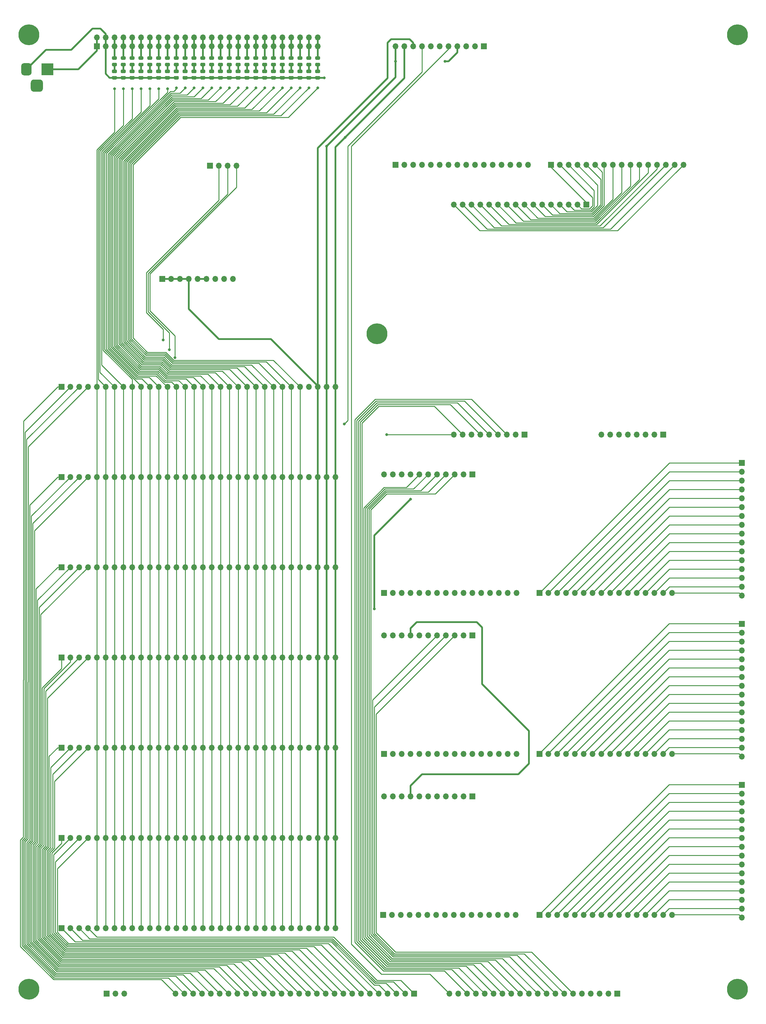
<source format=gbr>
%TF.GenerationSoftware,KiCad,Pcbnew,(5.1.10-1-10_14)*%
%TF.CreationDate,2021-11-29T15:29:07-05:00*%
%TF.ProjectId,FULL-assembly-backplane,46554c4c-2d61-4737-9365-6d626c792d62,rev?*%
%TF.SameCoordinates,Original*%
%TF.FileFunction,Copper,L1,Top*%
%TF.FilePolarity,Positive*%
%FSLAX46Y46*%
G04 Gerber Fmt 4.6, Leading zero omitted, Abs format (unit mm)*
G04 Created by KiCad (PCBNEW (5.1.10-1-10_14)) date 2021-11-29 15:29:07*
%MOMM*%
%LPD*%
G01*
G04 APERTURE LIST*
%TA.AperFunction,ComponentPad*%
%ADD10O,1.700000X1.700000*%
%TD*%
%TA.AperFunction,ComponentPad*%
%ADD11R,1.700000X1.700000*%
%TD*%
%TA.AperFunction,ComponentPad*%
%ADD12C,6.000000*%
%TD*%
%TA.AperFunction,ComponentPad*%
%ADD13C,0.800000*%
%TD*%
%TA.AperFunction,ComponentPad*%
%ADD14R,3.500000X3.500000*%
%TD*%
%TA.AperFunction,ViaPad*%
%ADD15C,0.800000*%
%TD*%
%TA.AperFunction,Conductor*%
%ADD16C,0.500000*%
%TD*%
%TA.AperFunction,Conductor*%
%ADD17C,0.250000*%
%TD*%
G04 APERTURE END LIST*
D10*
%TO.P,J24,3*%
%TO.N,~CLOCK*%
X139954000Y-270764000D03*
%TO.P,J24,2*%
%TO.N,CLOCK*%
X137414000Y-270764000D03*
D11*
%TO.P,J24,1*%
%TO.N,FREQ_IN*%
X134874000Y-270764000D03*
%TD*%
D10*
%TO.P,J2,20*%
%TO.N,~MAR_LD*%
X233426000Y-270764000D03*
%TO.P,J2,19*%
%TO.N,Net-(J2-Pad19)*%
X235966000Y-270764000D03*
%TO.P,J2,18*%
%TO.N,~WE*%
X238506000Y-270764000D03*
%TO.P,J2,17*%
%TO.N,~OE*%
X241046000Y-270764000D03*
%TO.P,J2,16*%
%TO.N,~CS*%
X243586000Y-270764000D03*
%TO.P,J2,15*%
%TO.N,~DS*%
X246126000Y-270764000D03*
%TO.P,J2,14*%
%TO.N,MODE*%
X248666000Y-270764000D03*
%TO.P,J2,13*%
%TO.N,SP_DEC*%
X251206000Y-270764000D03*
%TO.P,J2,12*%
%TO.N,SP_INC*%
X253746000Y-270764000D03*
%TO.P,J2,11*%
%TO.N,~LD_STACK_P*%
X256286000Y-270764000D03*
%TO.P,J2,10*%
%TO.N,~SP_BO*%
X258826000Y-270764000D03*
%TO.P,J2,9*%
%TO.N,~SP_ADDR*%
X261366000Y-270764000D03*
%TO.P,J2,8*%
%TO.N,~IN_LD*%
X263906000Y-270764000D03*
%TO.P,J2,7*%
%TO.N,~IN_BO*%
X266446000Y-270764000D03*
%TO.P,J2,6*%
%TO.N,~IN_ADDR*%
X268986000Y-270764000D03*
%TO.P,J2,5*%
%TO.N,PC_DEC*%
X271526000Y-270764000D03*
%TO.P,J2,4*%
%TO.N,PC_INC*%
X274066000Y-270764000D03*
%TO.P,J2,3*%
%TO.N,~PC_LD*%
X276606000Y-270764000D03*
%TO.P,J2,2*%
%TO.N,~PC_BO*%
X279146000Y-270764000D03*
D11*
%TO.P,J2,1*%
%TO.N,~PC_ADDR*%
X281686000Y-270764000D03*
%TD*%
%TO.P,R24,2*%
%TO.N,GND*%
%TA.AperFunction,SMDPad,CuDef*%
G36*
G01*
X195129998Y-7258000D02*
X196030002Y-7258000D01*
G75*
G02*
X196280000Y-7507998I0J-249998D01*
G01*
X196280000Y-8033002D01*
G75*
G02*
X196030002Y-8283000I-249998J0D01*
G01*
X195129998Y-8283000D01*
G75*
G02*
X194880000Y-8033002I0J249998D01*
G01*
X194880000Y-7507998D01*
G75*
G02*
X195129998Y-7258000I249998J0D01*
G01*
G37*
%TD.AperFunction*%
%TO.P,R24,1*%
%TO.N,Net-(D24-Pad1)*%
%TA.AperFunction,SMDPad,CuDef*%
G36*
G01*
X195129998Y-5433000D02*
X196030002Y-5433000D01*
G75*
G02*
X196280000Y-5682998I0J-249998D01*
G01*
X196280000Y-6208002D01*
G75*
G02*
X196030002Y-6458000I-249998J0D01*
G01*
X195129998Y-6458000D01*
G75*
G02*
X194880000Y-6208002I0J249998D01*
G01*
X194880000Y-5682998D01*
G75*
G02*
X195129998Y-5433000I249998J0D01*
G01*
G37*
%TD.AperFunction*%
%TD*%
%TO.P,R23,2*%
%TO.N,GND*%
%TA.AperFunction,SMDPad,CuDef*%
G36*
G01*
X192589998Y-7258000D02*
X193490002Y-7258000D01*
G75*
G02*
X193740000Y-7507998I0J-249998D01*
G01*
X193740000Y-8033002D01*
G75*
G02*
X193490002Y-8283000I-249998J0D01*
G01*
X192589998Y-8283000D01*
G75*
G02*
X192340000Y-8033002I0J249998D01*
G01*
X192340000Y-7507998D01*
G75*
G02*
X192589998Y-7258000I249998J0D01*
G01*
G37*
%TD.AperFunction*%
%TO.P,R23,1*%
%TO.N,Net-(D23-Pad1)*%
%TA.AperFunction,SMDPad,CuDef*%
G36*
G01*
X192589998Y-5433000D02*
X193490002Y-5433000D01*
G75*
G02*
X193740000Y-5682998I0J-249998D01*
G01*
X193740000Y-6208002D01*
G75*
G02*
X193490002Y-6458000I-249998J0D01*
G01*
X192589998Y-6458000D01*
G75*
G02*
X192340000Y-6208002I0J249998D01*
G01*
X192340000Y-5682998D01*
G75*
G02*
X192589998Y-5433000I249998J0D01*
G01*
G37*
%TD.AperFunction*%
%TD*%
%TO.P,R22,2*%
%TO.N,GND*%
%TA.AperFunction,SMDPad,CuDef*%
G36*
G01*
X190049998Y-7258000D02*
X190950002Y-7258000D01*
G75*
G02*
X191200000Y-7507998I0J-249998D01*
G01*
X191200000Y-8033002D01*
G75*
G02*
X190950002Y-8283000I-249998J0D01*
G01*
X190049998Y-8283000D01*
G75*
G02*
X189800000Y-8033002I0J249998D01*
G01*
X189800000Y-7507998D01*
G75*
G02*
X190049998Y-7258000I249998J0D01*
G01*
G37*
%TD.AperFunction*%
%TO.P,R22,1*%
%TO.N,Net-(D22-Pad1)*%
%TA.AperFunction,SMDPad,CuDef*%
G36*
G01*
X190049998Y-5433000D02*
X190950002Y-5433000D01*
G75*
G02*
X191200000Y-5682998I0J-249998D01*
G01*
X191200000Y-6208002D01*
G75*
G02*
X190950002Y-6458000I-249998J0D01*
G01*
X190049998Y-6458000D01*
G75*
G02*
X189800000Y-6208002I0J249998D01*
G01*
X189800000Y-5682998D01*
G75*
G02*
X190049998Y-5433000I249998J0D01*
G01*
G37*
%TD.AperFunction*%
%TD*%
%TO.P,R21,2*%
%TO.N,GND*%
%TA.AperFunction,SMDPad,CuDef*%
G36*
G01*
X187509998Y-7258000D02*
X188410002Y-7258000D01*
G75*
G02*
X188660000Y-7507998I0J-249998D01*
G01*
X188660000Y-8033002D01*
G75*
G02*
X188410002Y-8283000I-249998J0D01*
G01*
X187509998Y-8283000D01*
G75*
G02*
X187260000Y-8033002I0J249998D01*
G01*
X187260000Y-7507998D01*
G75*
G02*
X187509998Y-7258000I249998J0D01*
G01*
G37*
%TD.AperFunction*%
%TO.P,R21,1*%
%TO.N,Net-(D21-Pad1)*%
%TA.AperFunction,SMDPad,CuDef*%
G36*
G01*
X187509998Y-5433000D02*
X188410002Y-5433000D01*
G75*
G02*
X188660000Y-5682998I0J-249998D01*
G01*
X188660000Y-6208002D01*
G75*
G02*
X188410002Y-6458000I-249998J0D01*
G01*
X187509998Y-6458000D01*
G75*
G02*
X187260000Y-6208002I0J249998D01*
G01*
X187260000Y-5682998D01*
G75*
G02*
X187509998Y-5433000I249998J0D01*
G01*
G37*
%TD.AperFunction*%
%TD*%
%TO.P,R20,2*%
%TO.N,GND*%
%TA.AperFunction,SMDPad,CuDef*%
G36*
G01*
X184969998Y-7258000D02*
X185870002Y-7258000D01*
G75*
G02*
X186120000Y-7507998I0J-249998D01*
G01*
X186120000Y-8033002D01*
G75*
G02*
X185870002Y-8283000I-249998J0D01*
G01*
X184969998Y-8283000D01*
G75*
G02*
X184720000Y-8033002I0J249998D01*
G01*
X184720000Y-7507998D01*
G75*
G02*
X184969998Y-7258000I249998J0D01*
G01*
G37*
%TD.AperFunction*%
%TO.P,R20,1*%
%TO.N,Net-(D20-Pad1)*%
%TA.AperFunction,SMDPad,CuDef*%
G36*
G01*
X184969998Y-5433000D02*
X185870002Y-5433000D01*
G75*
G02*
X186120000Y-5682998I0J-249998D01*
G01*
X186120000Y-6208002D01*
G75*
G02*
X185870002Y-6458000I-249998J0D01*
G01*
X184969998Y-6458000D01*
G75*
G02*
X184720000Y-6208002I0J249998D01*
G01*
X184720000Y-5682998D01*
G75*
G02*
X184969998Y-5433000I249998J0D01*
G01*
G37*
%TD.AperFunction*%
%TD*%
%TO.P,R19,2*%
%TO.N,GND*%
%TA.AperFunction,SMDPad,CuDef*%
G36*
G01*
X182429998Y-7258000D02*
X183330002Y-7258000D01*
G75*
G02*
X183580000Y-7507998I0J-249998D01*
G01*
X183580000Y-8033002D01*
G75*
G02*
X183330002Y-8283000I-249998J0D01*
G01*
X182429998Y-8283000D01*
G75*
G02*
X182180000Y-8033002I0J249998D01*
G01*
X182180000Y-7507998D01*
G75*
G02*
X182429998Y-7258000I249998J0D01*
G01*
G37*
%TD.AperFunction*%
%TO.P,R19,1*%
%TO.N,Net-(D19-Pad1)*%
%TA.AperFunction,SMDPad,CuDef*%
G36*
G01*
X182429998Y-5433000D02*
X183330002Y-5433000D01*
G75*
G02*
X183580000Y-5682998I0J-249998D01*
G01*
X183580000Y-6208002D01*
G75*
G02*
X183330002Y-6458000I-249998J0D01*
G01*
X182429998Y-6458000D01*
G75*
G02*
X182180000Y-6208002I0J249998D01*
G01*
X182180000Y-5682998D01*
G75*
G02*
X182429998Y-5433000I249998J0D01*
G01*
G37*
%TD.AperFunction*%
%TD*%
%TO.P,R18,2*%
%TO.N,GND*%
%TA.AperFunction,SMDPad,CuDef*%
G36*
G01*
X179889998Y-7258000D02*
X180790002Y-7258000D01*
G75*
G02*
X181040000Y-7507998I0J-249998D01*
G01*
X181040000Y-8033002D01*
G75*
G02*
X180790002Y-8283000I-249998J0D01*
G01*
X179889998Y-8283000D01*
G75*
G02*
X179640000Y-8033002I0J249998D01*
G01*
X179640000Y-7507998D01*
G75*
G02*
X179889998Y-7258000I249998J0D01*
G01*
G37*
%TD.AperFunction*%
%TO.P,R18,1*%
%TO.N,Net-(D18-Pad1)*%
%TA.AperFunction,SMDPad,CuDef*%
G36*
G01*
X179889998Y-5433000D02*
X180790002Y-5433000D01*
G75*
G02*
X181040000Y-5682998I0J-249998D01*
G01*
X181040000Y-6208002D01*
G75*
G02*
X180790002Y-6458000I-249998J0D01*
G01*
X179889998Y-6458000D01*
G75*
G02*
X179640000Y-6208002I0J249998D01*
G01*
X179640000Y-5682998D01*
G75*
G02*
X179889998Y-5433000I249998J0D01*
G01*
G37*
%TD.AperFunction*%
%TD*%
%TO.P,R17,2*%
%TO.N,GND*%
%TA.AperFunction,SMDPad,CuDef*%
G36*
G01*
X177349998Y-7258000D02*
X178250002Y-7258000D01*
G75*
G02*
X178500000Y-7507998I0J-249998D01*
G01*
X178500000Y-8033002D01*
G75*
G02*
X178250002Y-8283000I-249998J0D01*
G01*
X177349998Y-8283000D01*
G75*
G02*
X177100000Y-8033002I0J249998D01*
G01*
X177100000Y-7507998D01*
G75*
G02*
X177349998Y-7258000I249998J0D01*
G01*
G37*
%TD.AperFunction*%
%TO.P,R17,1*%
%TO.N,Net-(D17-Pad1)*%
%TA.AperFunction,SMDPad,CuDef*%
G36*
G01*
X177349998Y-5433000D02*
X178250002Y-5433000D01*
G75*
G02*
X178500000Y-5682998I0J-249998D01*
G01*
X178500000Y-6208002D01*
G75*
G02*
X178250002Y-6458000I-249998J0D01*
G01*
X177349998Y-6458000D01*
G75*
G02*
X177100000Y-6208002I0J249998D01*
G01*
X177100000Y-5682998D01*
G75*
G02*
X177349998Y-5433000I249998J0D01*
G01*
G37*
%TD.AperFunction*%
%TD*%
%TO.P,R16,2*%
%TO.N,GND*%
%TA.AperFunction,SMDPad,CuDef*%
G36*
G01*
X174809998Y-7258000D02*
X175710002Y-7258000D01*
G75*
G02*
X175960000Y-7507998I0J-249998D01*
G01*
X175960000Y-8033002D01*
G75*
G02*
X175710002Y-8283000I-249998J0D01*
G01*
X174809998Y-8283000D01*
G75*
G02*
X174560000Y-8033002I0J249998D01*
G01*
X174560000Y-7507998D01*
G75*
G02*
X174809998Y-7258000I249998J0D01*
G01*
G37*
%TD.AperFunction*%
%TO.P,R16,1*%
%TO.N,Net-(D16-Pad1)*%
%TA.AperFunction,SMDPad,CuDef*%
G36*
G01*
X174809998Y-5433000D02*
X175710002Y-5433000D01*
G75*
G02*
X175960000Y-5682998I0J-249998D01*
G01*
X175960000Y-6208002D01*
G75*
G02*
X175710002Y-6458000I-249998J0D01*
G01*
X174809998Y-6458000D01*
G75*
G02*
X174560000Y-6208002I0J249998D01*
G01*
X174560000Y-5682998D01*
G75*
G02*
X174809998Y-5433000I249998J0D01*
G01*
G37*
%TD.AperFunction*%
%TD*%
%TO.P,R15,2*%
%TO.N,GND*%
%TA.AperFunction,SMDPad,CuDef*%
G36*
G01*
X172269998Y-7258000D02*
X173170002Y-7258000D01*
G75*
G02*
X173420000Y-7507998I0J-249998D01*
G01*
X173420000Y-8033002D01*
G75*
G02*
X173170002Y-8283000I-249998J0D01*
G01*
X172269998Y-8283000D01*
G75*
G02*
X172020000Y-8033002I0J249998D01*
G01*
X172020000Y-7507998D01*
G75*
G02*
X172269998Y-7258000I249998J0D01*
G01*
G37*
%TD.AperFunction*%
%TO.P,R15,1*%
%TO.N,Net-(D15-Pad1)*%
%TA.AperFunction,SMDPad,CuDef*%
G36*
G01*
X172269998Y-5433000D02*
X173170002Y-5433000D01*
G75*
G02*
X173420000Y-5682998I0J-249998D01*
G01*
X173420000Y-6208002D01*
G75*
G02*
X173170002Y-6458000I-249998J0D01*
G01*
X172269998Y-6458000D01*
G75*
G02*
X172020000Y-6208002I0J249998D01*
G01*
X172020000Y-5682998D01*
G75*
G02*
X172269998Y-5433000I249998J0D01*
G01*
G37*
%TD.AperFunction*%
%TD*%
%TO.P,R14,2*%
%TO.N,GND*%
%TA.AperFunction,SMDPad,CuDef*%
G36*
G01*
X169729998Y-7258000D02*
X170630002Y-7258000D01*
G75*
G02*
X170880000Y-7507998I0J-249998D01*
G01*
X170880000Y-8033002D01*
G75*
G02*
X170630002Y-8283000I-249998J0D01*
G01*
X169729998Y-8283000D01*
G75*
G02*
X169480000Y-8033002I0J249998D01*
G01*
X169480000Y-7507998D01*
G75*
G02*
X169729998Y-7258000I249998J0D01*
G01*
G37*
%TD.AperFunction*%
%TO.P,R14,1*%
%TO.N,Net-(D14-Pad1)*%
%TA.AperFunction,SMDPad,CuDef*%
G36*
G01*
X169729998Y-5433000D02*
X170630002Y-5433000D01*
G75*
G02*
X170880000Y-5682998I0J-249998D01*
G01*
X170880000Y-6208002D01*
G75*
G02*
X170630002Y-6458000I-249998J0D01*
G01*
X169729998Y-6458000D01*
G75*
G02*
X169480000Y-6208002I0J249998D01*
G01*
X169480000Y-5682998D01*
G75*
G02*
X169729998Y-5433000I249998J0D01*
G01*
G37*
%TD.AperFunction*%
%TD*%
%TO.P,R13,2*%
%TO.N,GND*%
%TA.AperFunction,SMDPad,CuDef*%
G36*
G01*
X167189998Y-7258000D02*
X168090002Y-7258000D01*
G75*
G02*
X168340000Y-7507998I0J-249998D01*
G01*
X168340000Y-8033002D01*
G75*
G02*
X168090002Y-8283000I-249998J0D01*
G01*
X167189998Y-8283000D01*
G75*
G02*
X166940000Y-8033002I0J249998D01*
G01*
X166940000Y-7507998D01*
G75*
G02*
X167189998Y-7258000I249998J0D01*
G01*
G37*
%TD.AperFunction*%
%TO.P,R13,1*%
%TO.N,Net-(D13-Pad1)*%
%TA.AperFunction,SMDPad,CuDef*%
G36*
G01*
X167189998Y-5433000D02*
X168090002Y-5433000D01*
G75*
G02*
X168340000Y-5682998I0J-249998D01*
G01*
X168340000Y-6208002D01*
G75*
G02*
X168090002Y-6458000I-249998J0D01*
G01*
X167189998Y-6458000D01*
G75*
G02*
X166940000Y-6208002I0J249998D01*
G01*
X166940000Y-5682998D01*
G75*
G02*
X167189998Y-5433000I249998J0D01*
G01*
G37*
%TD.AperFunction*%
%TD*%
%TO.P,R12,2*%
%TO.N,GND*%
%TA.AperFunction,SMDPad,CuDef*%
G36*
G01*
X164649998Y-7258000D02*
X165550002Y-7258000D01*
G75*
G02*
X165800000Y-7507998I0J-249998D01*
G01*
X165800000Y-8033002D01*
G75*
G02*
X165550002Y-8283000I-249998J0D01*
G01*
X164649998Y-8283000D01*
G75*
G02*
X164400000Y-8033002I0J249998D01*
G01*
X164400000Y-7507998D01*
G75*
G02*
X164649998Y-7258000I249998J0D01*
G01*
G37*
%TD.AperFunction*%
%TO.P,R12,1*%
%TO.N,Net-(D12-Pad1)*%
%TA.AperFunction,SMDPad,CuDef*%
G36*
G01*
X164649998Y-5433000D02*
X165550002Y-5433000D01*
G75*
G02*
X165800000Y-5682998I0J-249998D01*
G01*
X165800000Y-6208002D01*
G75*
G02*
X165550002Y-6458000I-249998J0D01*
G01*
X164649998Y-6458000D01*
G75*
G02*
X164400000Y-6208002I0J249998D01*
G01*
X164400000Y-5682998D01*
G75*
G02*
X164649998Y-5433000I249998J0D01*
G01*
G37*
%TD.AperFunction*%
%TD*%
%TO.P,R11,2*%
%TO.N,GND*%
%TA.AperFunction,SMDPad,CuDef*%
G36*
G01*
X162109998Y-7258000D02*
X163010002Y-7258000D01*
G75*
G02*
X163260000Y-7507998I0J-249998D01*
G01*
X163260000Y-8033002D01*
G75*
G02*
X163010002Y-8283000I-249998J0D01*
G01*
X162109998Y-8283000D01*
G75*
G02*
X161860000Y-8033002I0J249998D01*
G01*
X161860000Y-7507998D01*
G75*
G02*
X162109998Y-7258000I249998J0D01*
G01*
G37*
%TD.AperFunction*%
%TO.P,R11,1*%
%TO.N,Net-(D11-Pad1)*%
%TA.AperFunction,SMDPad,CuDef*%
G36*
G01*
X162109998Y-5433000D02*
X163010002Y-5433000D01*
G75*
G02*
X163260000Y-5682998I0J-249998D01*
G01*
X163260000Y-6208002D01*
G75*
G02*
X163010002Y-6458000I-249998J0D01*
G01*
X162109998Y-6458000D01*
G75*
G02*
X161860000Y-6208002I0J249998D01*
G01*
X161860000Y-5682998D01*
G75*
G02*
X162109998Y-5433000I249998J0D01*
G01*
G37*
%TD.AperFunction*%
%TD*%
%TO.P,R10,2*%
%TO.N,GND*%
%TA.AperFunction,SMDPad,CuDef*%
G36*
G01*
X159569998Y-7258000D02*
X160470002Y-7258000D01*
G75*
G02*
X160720000Y-7507998I0J-249998D01*
G01*
X160720000Y-8033002D01*
G75*
G02*
X160470002Y-8283000I-249998J0D01*
G01*
X159569998Y-8283000D01*
G75*
G02*
X159320000Y-8033002I0J249998D01*
G01*
X159320000Y-7507998D01*
G75*
G02*
X159569998Y-7258000I249998J0D01*
G01*
G37*
%TD.AperFunction*%
%TO.P,R10,1*%
%TO.N,Net-(D10-Pad1)*%
%TA.AperFunction,SMDPad,CuDef*%
G36*
G01*
X159569998Y-5433000D02*
X160470002Y-5433000D01*
G75*
G02*
X160720000Y-5682998I0J-249998D01*
G01*
X160720000Y-6208002D01*
G75*
G02*
X160470002Y-6458000I-249998J0D01*
G01*
X159569998Y-6458000D01*
G75*
G02*
X159320000Y-6208002I0J249998D01*
G01*
X159320000Y-5682998D01*
G75*
G02*
X159569998Y-5433000I249998J0D01*
G01*
G37*
%TD.AperFunction*%
%TD*%
%TO.P,R9,2*%
%TO.N,GND*%
%TA.AperFunction,SMDPad,CuDef*%
G36*
G01*
X157029998Y-7258000D02*
X157930002Y-7258000D01*
G75*
G02*
X158180000Y-7507998I0J-249998D01*
G01*
X158180000Y-8033002D01*
G75*
G02*
X157930002Y-8283000I-249998J0D01*
G01*
X157029998Y-8283000D01*
G75*
G02*
X156780000Y-8033002I0J249998D01*
G01*
X156780000Y-7507998D01*
G75*
G02*
X157029998Y-7258000I249998J0D01*
G01*
G37*
%TD.AperFunction*%
%TO.P,R9,1*%
%TO.N,Net-(D9-Pad1)*%
%TA.AperFunction,SMDPad,CuDef*%
G36*
G01*
X157029998Y-5433000D02*
X157930002Y-5433000D01*
G75*
G02*
X158180000Y-5682998I0J-249998D01*
G01*
X158180000Y-6208002D01*
G75*
G02*
X157930002Y-6458000I-249998J0D01*
G01*
X157029998Y-6458000D01*
G75*
G02*
X156780000Y-6208002I0J249998D01*
G01*
X156780000Y-5682998D01*
G75*
G02*
X157029998Y-5433000I249998J0D01*
G01*
G37*
%TD.AperFunction*%
%TD*%
%TO.P,D24,2*%
%TO.N,M7*%
%TA.AperFunction,SMDPad,CuDef*%
G36*
G01*
X196036250Y-2598000D02*
X195123750Y-2598000D01*
G75*
G02*
X194880000Y-2354250I0J243750D01*
G01*
X194880000Y-1866750D01*
G75*
G02*
X195123750Y-1623000I243750J0D01*
G01*
X196036250Y-1623000D01*
G75*
G02*
X196280000Y-1866750I0J-243750D01*
G01*
X196280000Y-2354250D01*
G75*
G02*
X196036250Y-2598000I-243750J0D01*
G01*
G37*
%TD.AperFunction*%
%TO.P,D24,1*%
%TO.N,Net-(D24-Pad1)*%
%TA.AperFunction,SMDPad,CuDef*%
G36*
G01*
X196036250Y-4473000D02*
X195123750Y-4473000D01*
G75*
G02*
X194880000Y-4229250I0J243750D01*
G01*
X194880000Y-3741750D01*
G75*
G02*
X195123750Y-3498000I243750J0D01*
G01*
X196036250Y-3498000D01*
G75*
G02*
X196280000Y-3741750I0J-243750D01*
G01*
X196280000Y-4229250D01*
G75*
G02*
X196036250Y-4473000I-243750J0D01*
G01*
G37*
%TD.AperFunction*%
%TD*%
%TO.P,D23,2*%
%TO.N,M6*%
%TA.AperFunction,SMDPad,CuDef*%
G36*
G01*
X193496250Y-2598000D02*
X192583750Y-2598000D01*
G75*
G02*
X192340000Y-2354250I0J243750D01*
G01*
X192340000Y-1866750D01*
G75*
G02*
X192583750Y-1623000I243750J0D01*
G01*
X193496250Y-1623000D01*
G75*
G02*
X193740000Y-1866750I0J-243750D01*
G01*
X193740000Y-2354250D01*
G75*
G02*
X193496250Y-2598000I-243750J0D01*
G01*
G37*
%TD.AperFunction*%
%TO.P,D23,1*%
%TO.N,Net-(D23-Pad1)*%
%TA.AperFunction,SMDPad,CuDef*%
G36*
G01*
X193496250Y-4473000D02*
X192583750Y-4473000D01*
G75*
G02*
X192340000Y-4229250I0J243750D01*
G01*
X192340000Y-3741750D01*
G75*
G02*
X192583750Y-3498000I243750J0D01*
G01*
X193496250Y-3498000D01*
G75*
G02*
X193740000Y-3741750I0J-243750D01*
G01*
X193740000Y-4229250D01*
G75*
G02*
X193496250Y-4473000I-243750J0D01*
G01*
G37*
%TD.AperFunction*%
%TD*%
%TO.P,D22,2*%
%TO.N,M5*%
%TA.AperFunction,SMDPad,CuDef*%
G36*
G01*
X190956250Y-2598000D02*
X190043750Y-2598000D01*
G75*
G02*
X189800000Y-2354250I0J243750D01*
G01*
X189800000Y-1866750D01*
G75*
G02*
X190043750Y-1623000I243750J0D01*
G01*
X190956250Y-1623000D01*
G75*
G02*
X191200000Y-1866750I0J-243750D01*
G01*
X191200000Y-2354250D01*
G75*
G02*
X190956250Y-2598000I-243750J0D01*
G01*
G37*
%TD.AperFunction*%
%TO.P,D22,1*%
%TO.N,Net-(D22-Pad1)*%
%TA.AperFunction,SMDPad,CuDef*%
G36*
G01*
X190956250Y-4473000D02*
X190043750Y-4473000D01*
G75*
G02*
X189800000Y-4229250I0J243750D01*
G01*
X189800000Y-3741750D01*
G75*
G02*
X190043750Y-3498000I243750J0D01*
G01*
X190956250Y-3498000D01*
G75*
G02*
X191200000Y-3741750I0J-243750D01*
G01*
X191200000Y-4229250D01*
G75*
G02*
X190956250Y-4473000I-243750J0D01*
G01*
G37*
%TD.AperFunction*%
%TD*%
%TO.P,D21,2*%
%TO.N,M4*%
%TA.AperFunction,SMDPad,CuDef*%
G36*
G01*
X188416250Y-2598000D02*
X187503750Y-2598000D01*
G75*
G02*
X187260000Y-2354250I0J243750D01*
G01*
X187260000Y-1866750D01*
G75*
G02*
X187503750Y-1623000I243750J0D01*
G01*
X188416250Y-1623000D01*
G75*
G02*
X188660000Y-1866750I0J-243750D01*
G01*
X188660000Y-2354250D01*
G75*
G02*
X188416250Y-2598000I-243750J0D01*
G01*
G37*
%TD.AperFunction*%
%TO.P,D21,1*%
%TO.N,Net-(D21-Pad1)*%
%TA.AperFunction,SMDPad,CuDef*%
G36*
G01*
X188416250Y-4473000D02*
X187503750Y-4473000D01*
G75*
G02*
X187260000Y-4229250I0J243750D01*
G01*
X187260000Y-3741750D01*
G75*
G02*
X187503750Y-3498000I243750J0D01*
G01*
X188416250Y-3498000D01*
G75*
G02*
X188660000Y-3741750I0J-243750D01*
G01*
X188660000Y-4229250D01*
G75*
G02*
X188416250Y-4473000I-243750J0D01*
G01*
G37*
%TD.AperFunction*%
%TD*%
%TO.P,D20,2*%
%TO.N,M3*%
%TA.AperFunction,SMDPad,CuDef*%
G36*
G01*
X185876250Y-2598000D02*
X184963750Y-2598000D01*
G75*
G02*
X184720000Y-2354250I0J243750D01*
G01*
X184720000Y-1866750D01*
G75*
G02*
X184963750Y-1623000I243750J0D01*
G01*
X185876250Y-1623000D01*
G75*
G02*
X186120000Y-1866750I0J-243750D01*
G01*
X186120000Y-2354250D01*
G75*
G02*
X185876250Y-2598000I-243750J0D01*
G01*
G37*
%TD.AperFunction*%
%TO.P,D20,1*%
%TO.N,Net-(D20-Pad1)*%
%TA.AperFunction,SMDPad,CuDef*%
G36*
G01*
X185876250Y-4473000D02*
X184963750Y-4473000D01*
G75*
G02*
X184720000Y-4229250I0J243750D01*
G01*
X184720000Y-3741750D01*
G75*
G02*
X184963750Y-3498000I243750J0D01*
G01*
X185876250Y-3498000D01*
G75*
G02*
X186120000Y-3741750I0J-243750D01*
G01*
X186120000Y-4229250D01*
G75*
G02*
X185876250Y-4473000I-243750J0D01*
G01*
G37*
%TD.AperFunction*%
%TD*%
%TO.P,D19,2*%
%TO.N,M2*%
%TA.AperFunction,SMDPad,CuDef*%
G36*
G01*
X183336250Y-2598000D02*
X182423750Y-2598000D01*
G75*
G02*
X182180000Y-2354250I0J243750D01*
G01*
X182180000Y-1866750D01*
G75*
G02*
X182423750Y-1623000I243750J0D01*
G01*
X183336250Y-1623000D01*
G75*
G02*
X183580000Y-1866750I0J-243750D01*
G01*
X183580000Y-2354250D01*
G75*
G02*
X183336250Y-2598000I-243750J0D01*
G01*
G37*
%TD.AperFunction*%
%TO.P,D19,1*%
%TO.N,Net-(D19-Pad1)*%
%TA.AperFunction,SMDPad,CuDef*%
G36*
G01*
X183336250Y-4473000D02*
X182423750Y-4473000D01*
G75*
G02*
X182180000Y-4229250I0J243750D01*
G01*
X182180000Y-3741750D01*
G75*
G02*
X182423750Y-3498000I243750J0D01*
G01*
X183336250Y-3498000D01*
G75*
G02*
X183580000Y-3741750I0J-243750D01*
G01*
X183580000Y-4229250D01*
G75*
G02*
X183336250Y-4473000I-243750J0D01*
G01*
G37*
%TD.AperFunction*%
%TD*%
%TO.P,D18,2*%
%TO.N,M1*%
%TA.AperFunction,SMDPad,CuDef*%
G36*
G01*
X180796250Y-2598000D02*
X179883750Y-2598000D01*
G75*
G02*
X179640000Y-2354250I0J243750D01*
G01*
X179640000Y-1866750D01*
G75*
G02*
X179883750Y-1623000I243750J0D01*
G01*
X180796250Y-1623000D01*
G75*
G02*
X181040000Y-1866750I0J-243750D01*
G01*
X181040000Y-2354250D01*
G75*
G02*
X180796250Y-2598000I-243750J0D01*
G01*
G37*
%TD.AperFunction*%
%TO.P,D18,1*%
%TO.N,Net-(D18-Pad1)*%
%TA.AperFunction,SMDPad,CuDef*%
G36*
G01*
X180796250Y-4473000D02*
X179883750Y-4473000D01*
G75*
G02*
X179640000Y-4229250I0J243750D01*
G01*
X179640000Y-3741750D01*
G75*
G02*
X179883750Y-3498000I243750J0D01*
G01*
X180796250Y-3498000D01*
G75*
G02*
X181040000Y-3741750I0J-243750D01*
G01*
X181040000Y-4229250D01*
G75*
G02*
X180796250Y-4473000I-243750J0D01*
G01*
G37*
%TD.AperFunction*%
%TD*%
%TO.P,D17,2*%
%TO.N,M0*%
%TA.AperFunction,SMDPad,CuDef*%
G36*
G01*
X178256250Y-2598000D02*
X177343750Y-2598000D01*
G75*
G02*
X177100000Y-2354250I0J243750D01*
G01*
X177100000Y-1866750D01*
G75*
G02*
X177343750Y-1623000I243750J0D01*
G01*
X178256250Y-1623000D01*
G75*
G02*
X178500000Y-1866750I0J-243750D01*
G01*
X178500000Y-2354250D01*
G75*
G02*
X178256250Y-2598000I-243750J0D01*
G01*
G37*
%TD.AperFunction*%
%TO.P,D17,1*%
%TO.N,Net-(D17-Pad1)*%
%TA.AperFunction,SMDPad,CuDef*%
G36*
G01*
X178256250Y-4473000D02*
X177343750Y-4473000D01*
G75*
G02*
X177100000Y-4229250I0J243750D01*
G01*
X177100000Y-3741750D01*
G75*
G02*
X177343750Y-3498000I243750J0D01*
G01*
X178256250Y-3498000D01*
G75*
G02*
X178500000Y-3741750I0J-243750D01*
G01*
X178500000Y-4229250D01*
G75*
G02*
X178256250Y-4473000I-243750J0D01*
G01*
G37*
%TD.AperFunction*%
%TD*%
%TO.P,D16,2*%
%TO.N,L7*%
%TA.AperFunction,SMDPad,CuDef*%
G36*
G01*
X175716250Y-2598000D02*
X174803750Y-2598000D01*
G75*
G02*
X174560000Y-2354250I0J243750D01*
G01*
X174560000Y-1866750D01*
G75*
G02*
X174803750Y-1623000I243750J0D01*
G01*
X175716250Y-1623000D01*
G75*
G02*
X175960000Y-1866750I0J-243750D01*
G01*
X175960000Y-2354250D01*
G75*
G02*
X175716250Y-2598000I-243750J0D01*
G01*
G37*
%TD.AperFunction*%
%TO.P,D16,1*%
%TO.N,Net-(D16-Pad1)*%
%TA.AperFunction,SMDPad,CuDef*%
G36*
G01*
X175716250Y-4473000D02*
X174803750Y-4473000D01*
G75*
G02*
X174560000Y-4229250I0J243750D01*
G01*
X174560000Y-3741750D01*
G75*
G02*
X174803750Y-3498000I243750J0D01*
G01*
X175716250Y-3498000D01*
G75*
G02*
X175960000Y-3741750I0J-243750D01*
G01*
X175960000Y-4229250D01*
G75*
G02*
X175716250Y-4473000I-243750J0D01*
G01*
G37*
%TD.AperFunction*%
%TD*%
%TO.P,D15,2*%
%TO.N,L6*%
%TA.AperFunction,SMDPad,CuDef*%
G36*
G01*
X173176250Y-2598000D02*
X172263750Y-2598000D01*
G75*
G02*
X172020000Y-2354250I0J243750D01*
G01*
X172020000Y-1866750D01*
G75*
G02*
X172263750Y-1623000I243750J0D01*
G01*
X173176250Y-1623000D01*
G75*
G02*
X173420000Y-1866750I0J-243750D01*
G01*
X173420000Y-2354250D01*
G75*
G02*
X173176250Y-2598000I-243750J0D01*
G01*
G37*
%TD.AperFunction*%
%TO.P,D15,1*%
%TO.N,Net-(D15-Pad1)*%
%TA.AperFunction,SMDPad,CuDef*%
G36*
G01*
X173176250Y-4473000D02*
X172263750Y-4473000D01*
G75*
G02*
X172020000Y-4229250I0J243750D01*
G01*
X172020000Y-3741750D01*
G75*
G02*
X172263750Y-3498000I243750J0D01*
G01*
X173176250Y-3498000D01*
G75*
G02*
X173420000Y-3741750I0J-243750D01*
G01*
X173420000Y-4229250D01*
G75*
G02*
X173176250Y-4473000I-243750J0D01*
G01*
G37*
%TD.AperFunction*%
%TD*%
%TO.P,D14,2*%
%TO.N,L5*%
%TA.AperFunction,SMDPad,CuDef*%
G36*
G01*
X170636250Y-2598000D02*
X169723750Y-2598000D01*
G75*
G02*
X169480000Y-2354250I0J243750D01*
G01*
X169480000Y-1866750D01*
G75*
G02*
X169723750Y-1623000I243750J0D01*
G01*
X170636250Y-1623000D01*
G75*
G02*
X170880000Y-1866750I0J-243750D01*
G01*
X170880000Y-2354250D01*
G75*
G02*
X170636250Y-2598000I-243750J0D01*
G01*
G37*
%TD.AperFunction*%
%TO.P,D14,1*%
%TO.N,Net-(D14-Pad1)*%
%TA.AperFunction,SMDPad,CuDef*%
G36*
G01*
X170636250Y-4473000D02*
X169723750Y-4473000D01*
G75*
G02*
X169480000Y-4229250I0J243750D01*
G01*
X169480000Y-3741750D01*
G75*
G02*
X169723750Y-3498000I243750J0D01*
G01*
X170636250Y-3498000D01*
G75*
G02*
X170880000Y-3741750I0J-243750D01*
G01*
X170880000Y-4229250D01*
G75*
G02*
X170636250Y-4473000I-243750J0D01*
G01*
G37*
%TD.AperFunction*%
%TD*%
%TO.P,D13,2*%
%TO.N,L4*%
%TA.AperFunction,SMDPad,CuDef*%
G36*
G01*
X168096250Y-2598000D02*
X167183750Y-2598000D01*
G75*
G02*
X166940000Y-2354250I0J243750D01*
G01*
X166940000Y-1866750D01*
G75*
G02*
X167183750Y-1623000I243750J0D01*
G01*
X168096250Y-1623000D01*
G75*
G02*
X168340000Y-1866750I0J-243750D01*
G01*
X168340000Y-2354250D01*
G75*
G02*
X168096250Y-2598000I-243750J0D01*
G01*
G37*
%TD.AperFunction*%
%TO.P,D13,1*%
%TO.N,Net-(D13-Pad1)*%
%TA.AperFunction,SMDPad,CuDef*%
G36*
G01*
X168096250Y-4473000D02*
X167183750Y-4473000D01*
G75*
G02*
X166940000Y-4229250I0J243750D01*
G01*
X166940000Y-3741750D01*
G75*
G02*
X167183750Y-3498000I243750J0D01*
G01*
X168096250Y-3498000D01*
G75*
G02*
X168340000Y-3741750I0J-243750D01*
G01*
X168340000Y-4229250D01*
G75*
G02*
X168096250Y-4473000I-243750J0D01*
G01*
G37*
%TD.AperFunction*%
%TD*%
%TO.P,D12,2*%
%TO.N,L3*%
%TA.AperFunction,SMDPad,CuDef*%
G36*
G01*
X165556250Y-2598000D02*
X164643750Y-2598000D01*
G75*
G02*
X164400000Y-2354250I0J243750D01*
G01*
X164400000Y-1866750D01*
G75*
G02*
X164643750Y-1623000I243750J0D01*
G01*
X165556250Y-1623000D01*
G75*
G02*
X165800000Y-1866750I0J-243750D01*
G01*
X165800000Y-2354250D01*
G75*
G02*
X165556250Y-2598000I-243750J0D01*
G01*
G37*
%TD.AperFunction*%
%TO.P,D12,1*%
%TO.N,Net-(D12-Pad1)*%
%TA.AperFunction,SMDPad,CuDef*%
G36*
G01*
X165556250Y-4473000D02*
X164643750Y-4473000D01*
G75*
G02*
X164400000Y-4229250I0J243750D01*
G01*
X164400000Y-3741750D01*
G75*
G02*
X164643750Y-3498000I243750J0D01*
G01*
X165556250Y-3498000D01*
G75*
G02*
X165800000Y-3741750I0J-243750D01*
G01*
X165800000Y-4229250D01*
G75*
G02*
X165556250Y-4473000I-243750J0D01*
G01*
G37*
%TD.AperFunction*%
%TD*%
%TO.P,D11,2*%
%TO.N,L2*%
%TA.AperFunction,SMDPad,CuDef*%
G36*
G01*
X163016250Y-2598000D02*
X162103750Y-2598000D01*
G75*
G02*
X161860000Y-2354250I0J243750D01*
G01*
X161860000Y-1866750D01*
G75*
G02*
X162103750Y-1623000I243750J0D01*
G01*
X163016250Y-1623000D01*
G75*
G02*
X163260000Y-1866750I0J-243750D01*
G01*
X163260000Y-2354250D01*
G75*
G02*
X163016250Y-2598000I-243750J0D01*
G01*
G37*
%TD.AperFunction*%
%TO.P,D11,1*%
%TO.N,Net-(D11-Pad1)*%
%TA.AperFunction,SMDPad,CuDef*%
G36*
G01*
X163016250Y-4473000D02*
X162103750Y-4473000D01*
G75*
G02*
X161860000Y-4229250I0J243750D01*
G01*
X161860000Y-3741750D01*
G75*
G02*
X162103750Y-3498000I243750J0D01*
G01*
X163016250Y-3498000D01*
G75*
G02*
X163260000Y-3741750I0J-243750D01*
G01*
X163260000Y-4229250D01*
G75*
G02*
X163016250Y-4473000I-243750J0D01*
G01*
G37*
%TD.AperFunction*%
%TD*%
%TO.P,D10,2*%
%TO.N,L1*%
%TA.AperFunction,SMDPad,CuDef*%
G36*
G01*
X160476250Y-2598000D02*
X159563750Y-2598000D01*
G75*
G02*
X159320000Y-2354250I0J243750D01*
G01*
X159320000Y-1866750D01*
G75*
G02*
X159563750Y-1623000I243750J0D01*
G01*
X160476250Y-1623000D01*
G75*
G02*
X160720000Y-1866750I0J-243750D01*
G01*
X160720000Y-2354250D01*
G75*
G02*
X160476250Y-2598000I-243750J0D01*
G01*
G37*
%TD.AperFunction*%
%TO.P,D10,1*%
%TO.N,Net-(D10-Pad1)*%
%TA.AperFunction,SMDPad,CuDef*%
G36*
G01*
X160476250Y-4473000D02*
X159563750Y-4473000D01*
G75*
G02*
X159320000Y-4229250I0J243750D01*
G01*
X159320000Y-3741750D01*
G75*
G02*
X159563750Y-3498000I243750J0D01*
G01*
X160476250Y-3498000D01*
G75*
G02*
X160720000Y-3741750I0J-243750D01*
G01*
X160720000Y-4229250D01*
G75*
G02*
X160476250Y-4473000I-243750J0D01*
G01*
G37*
%TD.AperFunction*%
%TD*%
%TO.P,D9,2*%
%TO.N,L0*%
%TA.AperFunction,SMDPad,CuDef*%
G36*
G01*
X157936250Y-2598000D02*
X157023750Y-2598000D01*
G75*
G02*
X156780000Y-2354250I0J243750D01*
G01*
X156780000Y-1866750D01*
G75*
G02*
X157023750Y-1623000I243750J0D01*
G01*
X157936250Y-1623000D01*
G75*
G02*
X158180000Y-1866750I0J-243750D01*
G01*
X158180000Y-2354250D01*
G75*
G02*
X157936250Y-2598000I-243750J0D01*
G01*
G37*
%TD.AperFunction*%
%TO.P,D9,1*%
%TO.N,Net-(D9-Pad1)*%
%TA.AperFunction,SMDPad,CuDef*%
G36*
G01*
X157936250Y-4473000D02*
X157023750Y-4473000D01*
G75*
G02*
X156780000Y-4229250I0J243750D01*
G01*
X156780000Y-3741750D01*
G75*
G02*
X157023750Y-3498000I243750J0D01*
G01*
X157936250Y-3498000D01*
G75*
G02*
X158180000Y-3741750I0J-243750D01*
G01*
X158180000Y-4229250D01*
G75*
G02*
X157936250Y-4473000I-243750J0D01*
G01*
G37*
%TD.AperFunction*%
%TD*%
%TO.P,R8,2*%
%TO.N,GND*%
%TA.AperFunction,SMDPad,CuDef*%
G36*
G01*
X154489998Y-7258000D02*
X155390002Y-7258000D01*
G75*
G02*
X155640000Y-7507998I0J-249998D01*
G01*
X155640000Y-8033002D01*
G75*
G02*
X155390002Y-8283000I-249998J0D01*
G01*
X154489998Y-8283000D01*
G75*
G02*
X154240000Y-8033002I0J249998D01*
G01*
X154240000Y-7507998D01*
G75*
G02*
X154489998Y-7258000I249998J0D01*
G01*
G37*
%TD.AperFunction*%
%TO.P,R8,1*%
%TO.N,Net-(D8-Pad1)*%
%TA.AperFunction,SMDPad,CuDef*%
G36*
G01*
X154489998Y-5433000D02*
X155390002Y-5433000D01*
G75*
G02*
X155640000Y-5682998I0J-249998D01*
G01*
X155640000Y-6208002D01*
G75*
G02*
X155390002Y-6458000I-249998J0D01*
G01*
X154489998Y-6458000D01*
G75*
G02*
X154240000Y-6208002I0J249998D01*
G01*
X154240000Y-5682998D01*
G75*
G02*
X154489998Y-5433000I249998J0D01*
G01*
G37*
%TD.AperFunction*%
%TD*%
%TO.P,R7,2*%
%TO.N,GND*%
%TA.AperFunction,SMDPad,CuDef*%
G36*
G01*
X151949998Y-7258000D02*
X152850002Y-7258000D01*
G75*
G02*
X153100000Y-7507998I0J-249998D01*
G01*
X153100000Y-8033002D01*
G75*
G02*
X152850002Y-8283000I-249998J0D01*
G01*
X151949998Y-8283000D01*
G75*
G02*
X151700000Y-8033002I0J249998D01*
G01*
X151700000Y-7507998D01*
G75*
G02*
X151949998Y-7258000I249998J0D01*
G01*
G37*
%TD.AperFunction*%
%TO.P,R7,1*%
%TO.N,Net-(D7-Pad1)*%
%TA.AperFunction,SMDPad,CuDef*%
G36*
G01*
X151949998Y-5433000D02*
X152850002Y-5433000D01*
G75*
G02*
X153100000Y-5682998I0J-249998D01*
G01*
X153100000Y-6208002D01*
G75*
G02*
X152850002Y-6458000I-249998J0D01*
G01*
X151949998Y-6458000D01*
G75*
G02*
X151700000Y-6208002I0J249998D01*
G01*
X151700000Y-5682998D01*
G75*
G02*
X151949998Y-5433000I249998J0D01*
G01*
G37*
%TD.AperFunction*%
%TD*%
%TO.P,R6,2*%
%TO.N,GND*%
%TA.AperFunction,SMDPad,CuDef*%
G36*
G01*
X149409998Y-7258000D02*
X150310002Y-7258000D01*
G75*
G02*
X150560000Y-7507998I0J-249998D01*
G01*
X150560000Y-8033002D01*
G75*
G02*
X150310002Y-8283000I-249998J0D01*
G01*
X149409998Y-8283000D01*
G75*
G02*
X149160000Y-8033002I0J249998D01*
G01*
X149160000Y-7507998D01*
G75*
G02*
X149409998Y-7258000I249998J0D01*
G01*
G37*
%TD.AperFunction*%
%TO.P,R6,1*%
%TO.N,Net-(D6-Pad1)*%
%TA.AperFunction,SMDPad,CuDef*%
G36*
G01*
X149409998Y-5433000D02*
X150310002Y-5433000D01*
G75*
G02*
X150560000Y-5682998I0J-249998D01*
G01*
X150560000Y-6208002D01*
G75*
G02*
X150310002Y-6458000I-249998J0D01*
G01*
X149409998Y-6458000D01*
G75*
G02*
X149160000Y-6208002I0J249998D01*
G01*
X149160000Y-5682998D01*
G75*
G02*
X149409998Y-5433000I249998J0D01*
G01*
G37*
%TD.AperFunction*%
%TD*%
%TO.P,R5,2*%
%TO.N,GND*%
%TA.AperFunction,SMDPad,CuDef*%
G36*
G01*
X146869998Y-7258000D02*
X147770002Y-7258000D01*
G75*
G02*
X148020000Y-7507998I0J-249998D01*
G01*
X148020000Y-8033002D01*
G75*
G02*
X147770002Y-8283000I-249998J0D01*
G01*
X146869998Y-8283000D01*
G75*
G02*
X146620000Y-8033002I0J249998D01*
G01*
X146620000Y-7507998D01*
G75*
G02*
X146869998Y-7258000I249998J0D01*
G01*
G37*
%TD.AperFunction*%
%TO.P,R5,1*%
%TO.N,Net-(D5-Pad1)*%
%TA.AperFunction,SMDPad,CuDef*%
G36*
G01*
X146869998Y-5433000D02*
X147770002Y-5433000D01*
G75*
G02*
X148020000Y-5682998I0J-249998D01*
G01*
X148020000Y-6208002D01*
G75*
G02*
X147770002Y-6458000I-249998J0D01*
G01*
X146869998Y-6458000D01*
G75*
G02*
X146620000Y-6208002I0J249998D01*
G01*
X146620000Y-5682998D01*
G75*
G02*
X146869998Y-5433000I249998J0D01*
G01*
G37*
%TD.AperFunction*%
%TD*%
%TO.P,R4,2*%
%TO.N,GND*%
%TA.AperFunction,SMDPad,CuDef*%
G36*
G01*
X144329998Y-7258000D02*
X145230002Y-7258000D01*
G75*
G02*
X145480000Y-7507998I0J-249998D01*
G01*
X145480000Y-8033002D01*
G75*
G02*
X145230002Y-8283000I-249998J0D01*
G01*
X144329998Y-8283000D01*
G75*
G02*
X144080000Y-8033002I0J249998D01*
G01*
X144080000Y-7507998D01*
G75*
G02*
X144329998Y-7258000I249998J0D01*
G01*
G37*
%TD.AperFunction*%
%TO.P,R4,1*%
%TO.N,Net-(D4-Pad1)*%
%TA.AperFunction,SMDPad,CuDef*%
G36*
G01*
X144329998Y-5433000D02*
X145230002Y-5433000D01*
G75*
G02*
X145480000Y-5682998I0J-249998D01*
G01*
X145480000Y-6208002D01*
G75*
G02*
X145230002Y-6458000I-249998J0D01*
G01*
X144329998Y-6458000D01*
G75*
G02*
X144080000Y-6208002I0J249998D01*
G01*
X144080000Y-5682998D01*
G75*
G02*
X144329998Y-5433000I249998J0D01*
G01*
G37*
%TD.AperFunction*%
%TD*%
%TO.P,R3,2*%
%TO.N,GND*%
%TA.AperFunction,SMDPad,CuDef*%
G36*
G01*
X141789998Y-7258000D02*
X142690002Y-7258000D01*
G75*
G02*
X142940000Y-7507998I0J-249998D01*
G01*
X142940000Y-8033002D01*
G75*
G02*
X142690002Y-8283000I-249998J0D01*
G01*
X141789998Y-8283000D01*
G75*
G02*
X141540000Y-8033002I0J249998D01*
G01*
X141540000Y-7507998D01*
G75*
G02*
X141789998Y-7258000I249998J0D01*
G01*
G37*
%TD.AperFunction*%
%TO.P,R3,1*%
%TO.N,Net-(D3-Pad1)*%
%TA.AperFunction,SMDPad,CuDef*%
G36*
G01*
X141789998Y-5433000D02*
X142690002Y-5433000D01*
G75*
G02*
X142940000Y-5682998I0J-249998D01*
G01*
X142940000Y-6208002D01*
G75*
G02*
X142690002Y-6458000I-249998J0D01*
G01*
X141789998Y-6458000D01*
G75*
G02*
X141540000Y-6208002I0J249998D01*
G01*
X141540000Y-5682998D01*
G75*
G02*
X141789998Y-5433000I249998J0D01*
G01*
G37*
%TD.AperFunction*%
%TD*%
%TO.P,R2,2*%
%TO.N,GND*%
%TA.AperFunction,SMDPad,CuDef*%
G36*
G01*
X139249998Y-7258000D02*
X140150002Y-7258000D01*
G75*
G02*
X140400000Y-7507998I0J-249998D01*
G01*
X140400000Y-8033002D01*
G75*
G02*
X140150002Y-8283000I-249998J0D01*
G01*
X139249998Y-8283000D01*
G75*
G02*
X139000000Y-8033002I0J249998D01*
G01*
X139000000Y-7507998D01*
G75*
G02*
X139249998Y-7258000I249998J0D01*
G01*
G37*
%TD.AperFunction*%
%TO.P,R2,1*%
%TO.N,Net-(D2-Pad1)*%
%TA.AperFunction,SMDPad,CuDef*%
G36*
G01*
X139249998Y-5433000D02*
X140150002Y-5433000D01*
G75*
G02*
X140400000Y-5682998I0J-249998D01*
G01*
X140400000Y-6208002D01*
G75*
G02*
X140150002Y-6458000I-249998J0D01*
G01*
X139249998Y-6458000D01*
G75*
G02*
X139000000Y-6208002I0J249998D01*
G01*
X139000000Y-5682998D01*
G75*
G02*
X139249998Y-5433000I249998J0D01*
G01*
G37*
%TD.AperFunction*%
%TD*%
%TO.P,R1,2*%
%TO.N,GND*%
%TA.AperFunction,SMDPad,CuDef*%
G36*
G01*
X136709998Y-7258000D02*
X137610002Y-7258000D01*
G75*
G02*
X137860000Y-7507998I0J-249998D01*
G01*
X137860000Y-8033002D01*
G75*
G02*
X137610002Y-8283000I-249998J0D01*
G01*
X136709998Y-8283000D01*
G75*
G02*
X136460000Y-8033002I0J249998D01*
G01*
X136460000Y-7507998D01*
G75*
G02*
X136709998Y-7258000I249998J0D01*
G01*
G37*
%TD.AperFunction*%
%TO.P,R1,1*%
%TO.N,Net-(D1-Pad1)*%
%TA.AperFunction,SMDPad,CuDef*%
G36*
G01*
X136709998Y-5433000D02*
X137610002Y-5433000D01*
G75*
G02*
X137860000Y-5682998I0J-249998D01*
G01*
X137860000Y-6208002D01*
G75*
G02*
X137610002Y-6458000I-249998J0D01*
G01*
X136709998Y-6458000D01*
G75*
G02*
X136460000Y-6208002I0J249998D01*
G01*
X136460000Y-5682998D01*
G75*
G02*
X136709998Y-5433000I249998J0D01*
G01*
G37*
%TD.AperFunction*%
%TD*%
%TO.P,D8,2*%
%TO.N,BUS7*%
%TA.AperFunction,SMDPad,CuDef*%
G36*
G01*
X155396250Y-2598000D02*
X154483750Y-2598000D01*
G75*
G02*
X154240000Y-2354250I0J243750D01*
G01*
X154240000Y-1866750D01*
G75*
G02*
X154483750Y-1623000I243750J0D01*
G01*
X155396250Y-1623000D01*
G75*
G02*
X155640000Y-1866750I0J-243750D01*
G01*
X155640000Y-2354250D01*
G75*
G02*
X155396250Y-2598000I-243750J0D01*
G01*
G37*
%TD.AperFunction*%
%TO.P,D8,1*%
%TO.N,Net-(D8-Pad1)*%
%TA.AperFunction,SMDPad,CuDef*%
G36*
G01*
X155396250Y-4473000D02*
X154483750Y-4473000D01*
G75*
G02*
X154240000Y-4229250I0J243750D01*
G01*
X154240000Y-3741750D01*
G75*
G02*
X154483750Y-3498000I243750J0D01*
G01*
X155396250Y-3498000D01*
G75*
G02*
X155640000Y-3741750I0J-243750D01*
G01*
X155640000Y-4229250D01*
G75*
G02*
X155396250Y-4473000I-243750J0D01*
G01*
G37*
%TD.AperFunction*%
%TD*%
%TO.P,D7,2*%
%TO.N,BUS6*%
%TA.AperFunction,SMDPad,CuDef*%
G36*
G01*
X152856250Y-2598000D02*
X151943750Y-2598000D01*
G75*
G02*
X151700000Y-2354250I0J243750D01*
G01*
X151700000Y-1866750D01*
G75*
G02*
X151943750Y-1623000I243750J0D01*
G01*
X152856250Y-1623000D01*
G75*
G02*
X153100000Y-1866750I0J-243750D01*
G01*
X153100000Y-2354250D01*
G75*
G02*
X152856250Y-2598000I-243750J0D01*
G01*
G37*
%TD.AperFunction*%
%TO.P,D7,1*%
%TO.N,Net-(D7-Pad1)*%
%TA.AperFunction,SMDPad,CuDef*%
G36*
G01*
X152856250Y-4473000D02*
X151943750Y-4473000D01*
G75*
G02*
X151700000Y-4229250I0J243750D01*
G01*
X151700000Y-3741750D01*
G75*
G02*
X151943750Y-3498000I243750J0D01*
G01*
X152856250Y-3498000D01*
G75*
G02*
X153100000Y-3741750I0J-243750D01*
G01*
X153100000Y-4229250D01*
G75*
G02*
X152856250Y-4473000I-243750J0D01*
G01*
G37*
%TD.AperFunction*%
%TD*%
%TO.P,D6,2*%
%TO.N,BUS5*%
%TA.AperFunction,SMDPad,CuDef*%
G36*
G01*
X150316250Y-2598000D02*
X149403750Y-2598000D01*
G75*
G02*
X149160000Y-2354250I0J243750D01*
G01*
X149160000Y-1866750D01*
G75*
G02*
X149403750Y-1623000I243750J0D01*
G01*
X150316250Y-1623000D01*
G75*
G02*
X150560000Y-1866750I0J-243750D01*
G01*
X150560000Y-2354250D01*
G75*
G02*
X150316250Y-2598000I-243750J0D01*
G01*
G37*
%TD.AperFunction*%
%TO.P,D6,1*%
%TO.N,Net-(D6-Pad1)*%
%TA.AperFunction,SMDPad,CuDef*%
G36*
G01*
X150316250Y-4473000D02*
X149403750Y-4473000D01*
G75*
G02*
X149160000Y-4229250I0J243750D01*
G01*
X149160000Y-3741750D01*
G75*
G02*
X149403750Y-3498000I243750J0D01*
G01*
X150316250Y-3498000D01*
G75*
G02*
X150560000Y-3741750I0J-243750D01*
G01*
X150560000Y-4229250D01*
G75*
G02*
X150316250Y-4473000I-243750J0D01*
G01*
G37*
%TD.AperFunction*%
%TD*%
%TO.P,D5,2*%
%TO.N,BUS4*%
%TA.AperFunction,SMDPad,CuDef*%
G36*
G01*
X147776250Y-2598000D02*
X146863750Y-2598000D01*
G75*
G02*
X146620000Y-2354250I0J243750D01*
G01*
X146620000Y-1866750D01*
G75*
G02*
X146863750Y-1623000I243750J0D01*
G01*
X147776250Y-1623000D01*
G75*
G02*
X148020000Y-1866750I0J-243750D01*
G01*
X148020000Y-2354250D01*
G75*
G02*
X147776250Y-2598000I-243750J0D01*
G01*
G37*
%TD.AperFunction*%
%TO.P,D5,1*%
%TO.N,Net-(D5-Pad1)*%
%TA.AperFunction,SMDPad,CuDef*%
G36*
G01*
X147776250Y-4473000D02*
X146863750Y-4473000D01*
G75*
G02*
X146620000Y-4229250I0J243750D01*
G01*
X146620000Y-3741750D01*
G75*
G02*
X146863750Y-3498000I243750J0D01*
G01*
X147776250Y-3498000D01*
G75*
G02*
X148020000Y-3741750I0J-243750D01*
G01*
X148020000Y-4229250D01*
G75*
G02*
X147776250Y-4473000I-243750J0D01*
G01*
G37*
%TD.AperFunction*%
%TD*%
%TO.P,D4,2*%
%TO.N,BUS3*%
%TA.AperFunction,SMDPad,CuDef*%
G36*
G01*
X145236250Y-2598000D02*
X144323750Y-2598000D01*
G75*
G02*
X144080000Y-2354250I0J243750D01*
G01*
X144080000Y-1866750D01*
G75*
G02*
X144323750Y-1623000I243750J0D01*
G01*
X145236250Y-1623000D01*
G75*
G02*
X145480000Y-1866750I0J-243750D01*
G01*
X145480000Y-2354250D01*
G75*
G02*
X145236250Y-2598000I-243750J0D01*
G01*
G37*
%TD.AperFunction*%
%TO.P,D4,1*%
%TO.N,Net-(D4-Pad1)*%
%TA.AperFunction,SMDPad,CuDef*%
G36*
G01*
X145236250Y-4473000D02*
X144323750Y-4473000D01*
G75*
G02*
X144080000Y-4229250I0J243750D01*
G01*
X144080000Y-3741750D01*
G75*
G02*
X144323750Y-3498000I243750J0D01*
G01*
X145236250Y-3498000D01*
G75*
G02*
X145480000Y-3741750I0J-243750D01*
G01*
X145480000Y-4229250D01*
G75*
G02*
X145236250Y-4473000I-243750J0D01*
G01*
G37*
%TD.AperFunction*%
%TD*%
%TO.P,D3,2*%
%TO.N,BUS2*%
%TA.AperFunction,SMDPad,CuDef*%
G36*
G01*
X142696250Y-2598000D02*
X141783750Y-2598000D01*
G75*
G02*
X141540000Y-2354250I0J243750D01*
G01*
X141540000Y-1866750D01*
G75*
G02*
X141783750Y-1623000I243750J0D01*
G01*
X142696250Y-1623000D01*
G75*
G02*
X142940000Y-1866750I0J-243750D01*
G01*
X142940000Y-2354250D01*
G75*
G02*
X142696250Y-2598000I-243750J0D01*
G01*
G37*
%TD.AperFunction*%
%TO.P,D3,1*%
%TO.N,Net-(D3-Pad1)*%
%TA.AperFunction,SMDPad,CuDef*%
G36*
G01*
X142696250Y-4473000D02*
X141783750Y-4473000D01*
G75*
G02*
X141540000Y-4229250I0J243750D01*
G01*
X141540000Y-3741750D01*
G75*
G02*
X141783750Y-3498000I243750J0D01*
G01*
X142696250Y-3498000D01*
G75*
G02*
X142940000Y-3741750I0J-243750D01*
G01*
X142940000Y-4229250D01*
G75*
G02*
X142696250Y-4473000I-243750J0D01*
G01*
G37*
%TD.AperFunction*%
%TD*%
%TO.P,D2,2*%
%TO.N,BUS1*%
%TA.AperFunction,SMDPad,CuDef*%
G36*
G01*
X140156250Y-2598000D02*
X139243750Y-2598000D01*
G75*
G02*
X139000000Y-2354250I0J243750D01*
G01*
X139000000Y-1866750D01*
G75*
G02*
X139243750Y-1623000I243750J0D01*
G01*
X140156250Y-1623000D01*
G75*
G02*
X140400000Y-1866750I0J-243750D01*
G01*
X140400000Y-2354250D01*
G75*
G02*
X140156250Y-2598000I-243750J0D01*
G01*
G37*
%TD.AperFunction*%
%TO.P,D2,1*%
%TO.N,Net-(D2-Pad1)*%
%TA.AperFunction,SMDPad,CuDef*%
G36*
G01*
X140156250Y-4473000D02*
X139243750Y-4473000D01*
G75*
G02*
X139000000Y-4229250I0J243750D01*
G01*
X139000000Y-3741750D01*
G75*
G02*
X139243750Y-3498000I243750J0D01*
G01*
X140156250Y-3498000D01*
G75*
G02*
X140400000Y-3741750I0J-243750D01*
G01*
X140400000Y-4229250D01*
G75*
G02*
X140156250Y-4473000I-243750J0D01*
G01*
G37*
%TD.AperFunction*%
%TD*%
%TO.P,D1,2*%
%TO.N,BUS0*%
%TA.AperFunction,SMDPad,CuDef*%
G36*
G01*
X137616250Y-2598000D02*
X136703750Y-2598000D01*
G75*
G02*
X136460000Y-2354250I0J243750D01*
G01*
X136460000Y-1866750D01*
G75*
G02*
X136703750Y-1623000I243750J0D01*
G01*
X137616250Y-1623000D01*
G75*
G02*
X137860000Y-1866750I0J-243750D01*
G01*
X137860000Y-2354250D01*
G75*
G02*
X137616250Y-2598000I-243750J0D01*
G01*
G37*
%TD.AperFunction*%
%TO.P,D1,1*%
%TO.N,Net-(D1-Pad1)*%
%TA.AperFunction,SMDPad,CuDef*%
G36*
G01*
X137616250Y-4473000D02*
X136703750Y-4473000D01*
G75*
G02*
X136460000Y-4229250I0J243750D01*
G01*
X136460000Y-3741750D01*
G75*
G02*
X136703750Y-3498000I243750J0D01*
G01*
X137616250Y-3498000D01*
G75*
G02*
X137860000Y-3741750I0J-243750D01*
G01*
X137860000Y-4229250D01*
G75*
G02*
X137616250Y-4473000I-243750J0D01*
G01*
G37*
%TD.AperFunction*%
%TD*%
D10*
%TO.P,J22,4*%
%TO.N,BUS2*%
X172212000Y-33020000D03*
%TO.P,J22,3*%
%TO.N,BUS1*%
X169672000Y-33020000D03*
%TO.P,J22,2*%
%TO.N,BUS0*%
X167132000Y-33020000D03*
D11*
%TO.P,J22,1*%
%TO.N,FREQ_IN*%
X164592000Y-33020000D03*
%TD*%
D10*
%TO.P,J5,9*%
%TO.N,GND*%
X171196000Y-65532000D03*
%TO.P,J5,8*%
%TO.N,VCC*%
X168656000Y-65532000D03*
%TO.P,J5,7*%
%TO.N,HALT*%
X166116000Y-65532000D03*
%TO.P,J5,6*%
%TO.N,~CLOCK*%
X163576000Y-65532000D03*
%TO.P,J5,5*%
X161036000Y-65532000D03*
%TO.P,J5,4*%
%TO.N,CLOCK*%
X158496000Y-65532000D03*
%TO.P,J5,3*%
X155956000Y-65532000D03*
%TO.P,J5,2*%
X153416000Y-65532000D03*
D11*
%TO.P,J5,1*%
X150876000Y-65532000D03*
%TD*%
D12*
%TO.P,REF\u002A\u002A,1*%
%TO.N,N/C*%
X212598000Y-81280000D03*
D13*
X214848000Y-81280000D03*
X214188990Y-82870990D03*
X212598000Y-83530000D03*
X211007010Y-82870990D03*
X210348000Y-81280000D03*
X211007010Y-79689010D03*
X212598000Y-79030000D03*
X214188990Y-79689010D03*
%TD*%
D10*
%TO.P,J4,9*%
%TO.N,RESET*%
X234696000Y-110236000D03*
%TO.P,J4,8*%
%TO.N,MODE*%
X237236000Y-110236000D03*
%TO.P,J4,7*%
%TO.N,CLOCK*%
X239776000Y-110236000D03*
%TO.P,J4,6*%
%TO.N,~DS*%
X242316000Y-110236000D03*
%TO.P,J4,5*%
%TO.N,~CS*%
X244856000Y-110236000D03*
%TO.P,J4,4*%
%TO.N,~OE*%
X247396000Y-110236000D03*
%TO.P,J4,3*%
%TO.N,~WE*%
X249936000Y-110236000D03*
%TO.P,J4,2*%
%TO.N,GND*%
X252476000Y-110236000D03*
D11*
%TO.P,J4,1*%
%TO.N,VCC*%
X255016000Y-110236000D03*
%TD*%
D10*
%TO.P,J3,8*%
%TO.N,BUS7*%
X277114000Y-110236000D03*
%TO.P,J3,7*%
%TO.N,BUS6*%
X279654000Y-110236000D03*
%TO.P,J3,6*%
%TO.N,BUS5*%
X282194000Y-110236000D03*
%TO.P,J3,5*%
%TO.N,BUS4*%
X284734000Y-110236000D03*
%TO.P,J3,4*%
%TO.N,BUS3*%
X287274000Y-110236000D03*
%TO.P,J3,3*%
%TO.N,BUS2*%
X289814000Y-110236000D03*
%TO.P,J3,2*%
%TO.N,BUS1*%
X292354000Y-110236000D03*
D11*
%TO.P,J3,1*%
%TO.N,BUS0*%
X294894000Y-110236000D03*
%TD*%
D10*
%TO.P,J17,16*%
%TO.N,/MAR_B15*%
X234696000Y-44196000D03*
%TO.P,J17,15*%
%TO.N,/MAR_B14*%
X237236000Y-44196000D03*
%TO.P,J17,14*%
%TO.N,/MAR_B13*%
X239776000Y-44196000D03*
%TO.P,J17,13*%
%TO.N,/MAR_B12*%
X242316000Y-44196000D03*
%TO.P,J17,12*%
%TO.N,/MAR_B11*%
X244856000Y-44196000D03*
%TO.P,J17,11*%
%TO.N,/MAR_B10*%
X247396000Y-44196000D03*
%TO.P,J17,10*%
%TO.N,/MAR_B9*%
X249936000Y-44196000D03*
%TO.P,J17,9*%
%TO.N,/MAR_B8*%
X252476000Y-44196000D03*
%TO.P,J17,8*%
%TO.N,/MAR_B7*%
X255016000Y-44196000D03*
%TO.P,J17,7*%
%TO.N,/MAR_B6*%
X257556000Y-44196000D03*
%TO.P,J17,6*%
%TO.N,/MAR_B5*%
X260096000Y-44196000D03*
%TO.P,J17,5*%
%TO.N,/MAR_B4*%
X262636000Y-44196000D03*
%TO.P,J17,4*%
%TO.N,/MAR_B3*%
X265176000Y-44196000D03*
%TO.P,J17,3*%
%TO.N,/MAR_B2*%
X267716000Y-44196000D03*
%TO.P,J17,2*%
%TO.N,/MAR_B1*%
X270256000Y-44196000D03*
D11*
%TO.P,J17,1*%
%TO.N,/MAR_B0*%
X272796000Y-44196000D03*
%TD*%
D12*
%TO.P,REF\u002A\u002A,1*%
%TO.N,N/C*%
X112522000Y-269494000D03*
D13*
X114772000Y-269494000D03*
X114112990Y-271084990D03*
X112522000Y-271744000D03*
X110931010Y-271084990D03*
X110272000Y-269494000D03*
X110931010Y-267903010D03*
X112522000Y-267244000D03*
X114112990Y-267903010D03*
%TD*%
%TO.P,REF\u002A\u002A,1*%
%TO.N,N/C*%
X317820990Y-267903010D03*
X316230000Y-267244000D03*
X314639010Y-267903010D03*
X313980000Y-269494000D03*
X314639010Y-271084990D03*
X316230000Y-271744000D03*
X317820990Y-271084990D03*
X318480000Y-269494000D03*
D12*
X316230000Y-269494000D03*
%TD*%
%TO.P,REF\u002A\u002A,1*%
%TO.N,N/C*%
X112522000Y4572000D03*
D13*
X114772000Y4572000D03*
X114112990Y2981010D03*
X112522000Y2322000D03*
X110931010Y2981010D03*
X110272000Y4572000D03*
X110931010Y6162990D03*
X112522000Y6822000D03*
X114112990Y6162990D03*
%TD*%
%TO.P,REF\u002A\u002A,1*%
%TO.N,N/C*%
X317820990Y6162990D03*
X316230000Y6822000D03*
X314639010Y6162990D03*
X313980000Y4572000D03*
X314639010Y2981010D03*
X316230000Y2322000D03*
X317820990Y2981010D03*
X318480000Y4572000D03*
D12*
X316230000Y4572000D03*
%TD*%
D10*
%TO.P,J1,28*%
%TO.N,MSB_C*%
X154686000Y-270764000D03*
%TO.P,J1,27*%
%TO.N,LSB_C*%
X157226000Y-270764000D03*
%TO.P,J1,26*%
%TO.N,O_C*%
X159766000Y-270764000D03*
%TO.P,J1,25*%
%TO.N,I_C*%
X162306000Y-270764000D03*
%TO.P,J1,24*%
%TO.N,MSB_D*%
X164846000Y-270764000D03*
%TO.P,J1,23*%
%TO.N,LSB_D*%
X167386000Y-270764000D03*
%TO.P,J1,22*%
%TO.N,O_D*%
X169926000Y-270764000D03*
%TO.P,J1,21*%
%TO.N,I_D*%
X172466000Y-270764000D03*
%TO.P,J1,20*%
%TO.N,MSB_E*%
X175006000Y-270764000D03*
%TO.P,J1,19*%
%TO.N,LSB_E*%
X177546000Y-270764000D03*
%TO.P,J1,18*%
%TO.N,O_E*%
X180086000Y-270764000D03*
%TO.P,J1,17*%
%TO.N,I_E*%
X182626000Y-270764000D03*
%TO.P,J1,16*%
%TO.N,MSB_F*%
X185166000Y-270764000D03*
%TO.P,J1,15*%
%TO.N,LSB_F*%
X187706000Y-270764000D03*
%TO.P,J1,14*%
%TO.N,O_F*%
X190246000Y-270764000D03*
%TO.P,J1,13*%
%TO.N,I_F*%
X192786000Y-270764000D03*
%TO.P,J1,12*%
%TO.N,MSB_SCR_0*%
X195326000Y-270764000D03*
%TO.P,J1,11*%
%TO.N,LSB_SCR_0*%
X197866000Y-270764000D03*
%TO.P,J1,10*%
%TO.N,O_SCR_0*%
X200406000Y-270764000D03*
%TO.P,J1,9*%
%TO.N,I_SCR_0*%
X202946000Y-270764000D03*
%TO.P,J1,8*%
%TO.N,MSB_SCR_1*%
X205486000Y-270764000D03*
%TO.P,J1,7*%
%TO.N,LSB_SCR_1*%
X208026000Y-270764000D03*
%TO.P,J1,6*%
%TO.N,O_SCR_1*%
X210566000Y-270764000D03*
%TO.P,J1,5*%
%TO.N,I_SCR_1*%
X213106000Y-270764000D03*
%TO.P,J1,4*%
%TO.N,MSB_CONST*%
X215646000Y-270764000D03*
%TO.P,J1,3*%
%TO.N,LSB_CONST*%
X218186000Y-270764000D03*
%TO.P,J1,2*%
%TO.N,O_CONST*%
X220726000Y-270764000D03*
D11*
%TO.P,J1,1*%
%TO.N,I_CONST*%
X223266000Y-270764000D03*
%TD*%
D10*
%TO.P,J6,16*%
%TO.N,/SP_B15*%
X297434000Y-155702000D03*
%TO.P,J6,15*%
%TO.N,/SP_B14*%
X294894000Y-155702000D03*
%TO.P,J6,14*%
%TO.N,/SP_B13*%
X292354000Y-155702000D03*
%TO.P,J6,13*%
%TO.N,/SP_B12*%
X289814000Y-155702000D03*
%TO.P,J6,12*%
%TO.N,/SP_B11*%
X287274000Y-155702000D03*
%TO.P,J6,11*%
%TO.N,/SP_B10*%
X284734000Y-155702000D03*
%TO.P,J6,10*%
%TO.N,/SP_B9*%
X282194000Y-155702000D03*
%TO.P,J6,9*%
%TO.N,/SP_B8*%
X279654000Y-155702000D03*
%TO.P,J6,8*%
%TO.N,/SP_B7*%
X277114000Y-155702000D03*
%TO.P,J6,7*%
%TO.N,/SP_B6*%
X274574000Y-155702000D03*
%TO.P,J6,6*%
%TO.N,/SP_B5*%
X272034000Y-155702000D03*
%TO.P,J6,5*%
%TO.N,/SP_B4*%
X269494000Y-155702000D03*
%TO.P,J6,4*%
%TO.N,/SP_B3*%
X266954000Y-155702000D03*
%TO.P,J6,3*%
%TO.N,/SP_B2*%
X264414000Y-155702000D03*
%TO.P,J6,2*%
%TO.N,/SP_B1*%
X261874000Y-155702000D03*
D11*
%TO.P,J6,1*%
%TO.N,/SP_B0*%
X259334000Y-155702000D03*
%TD*%
%TO.P,J13,1*%
%TO.N,L0*%
X214376000Y-248158000D03*
D10*
%TO.P,J13,2*%
%TO.N,L1*%
X216916000Y-248158000D03*
%TO.P,J13,3*%
%TO.N,L2*%
X219456000Y-248158000D03*
%TO.P,J13,4*%
%TO.N,L3*%
X221996000Y-248158000D03*
%TO.P,J13,5*%
%TO.N,L4*%
X224536000Y-248158000D03*
%TO.P,J13,6*%
%TO.N,L5*%
X227076000Y-248158000D03*
%TO.P,J13,7*%
%TO.N,L6*%
X229616000Y-248158000D03*
%TO.P,J13,8*%
%TO.N,L7*%
X232156000Y-248158000D03*
%TO.P,J13,9*%
%TO.N,M0*%
X234696000Y-248158000D03*
%TO.P,J13,10*%
%TO.N,M1*%
X237236000Y-248158000D03*
%TO.P,J13,11*%
%TO.N,M2*%
X239776000Y-248158000D03*
%TO.P,J13,12*%
%TO.N,M3*%
X242316000Y-248158000D03*
%TO.P,J13,13*%
%TO.N,M4*%
X244856000Y-248158000D03*
%TO.P,J13,14*%
%TO.N,M5*%
X247396000Y-248158000D03*
%TO.P,J13,15*%
%TO.N,M6*%
X249936000Y-248158000D03*
%TO.P,J13,16*%
%TO.N,M7*%
X252476000Y-248158000D03*
%TD*%
%TO.P,J20,11*%
%TO.N,VCC*%
X217932000Y1270000D03*
%TO.P,J20,10*%
%TO.N,GND*%
X220472000Y1270000D03*
%TO.P,J20,9*%
%TO.N,CLOCK*%
X223012000Y1270000D03*
%TO.P,J20,8*%
%TO.N,RESET*%
X225552000Y1270000D03*
%TO.P,J20,7*%
%TO.N,Net-(J20-Pad7)*%
X228092000Y1270000D03*
%TO.P,J20,6*%
%TO.N,Net-(J20-Pad6)*%
X230632000Y1270000D03*
%TO.P,J20,5*%
%TO.N,~MAR_LD*%
X233172000Y1270000D03*
%TO.P,J20,4*%
%TO.N,VCC*%
X235712000Y1270000D03*
%TO.P,J20,3*%
%TO.N,GND*%
X238252000Y1270000D03*
%TO.P,J20,2*%
%TO.N,Net-(J20-Pad2)*%
X240792000Y1270000D03*
D11*
%TO.P,J20,1*%
%TO.N,Net-(J20-Pad1)*%
X243332000Y1270000D03*
%TD*%
D10*
%TO.P,J19,11*%
%TO.N,VCC*%
X214630000Y-167894000D03*
%TO.P,J19,10*%
%TO.N,GND*%
X217170000Y-167894000D03*
%TO.P,J19,9*%
%TO.N,CLOCK*%
X219710000Y-167894000D03*
%TO.P,J19,8*%
%TO.N,RESET*%
X222250000Y-167894000D03*
%TO.P,J19,7*%
%TO.N,Net-(J19-Pad7)*%
X224790000Y-167894000D03*
%TO.P,J19,6*%
%TO.N,Net-(J19-Pad6)*%
X227330000Y-167894000D03*
%TO.P,J19,5*%
%TO.N,~IN_LD*%
X229870000Y-167894000D03*
%TO.P,J19,4*%
%TO.N,~IN_BO*%
X232410000Y-167894000D03*
%TO.P,J19,3*%
%TO.N,~IN_ADDR*%
X234950000Y-167894000D03*
%TO.P,J19,2*%
%TO.N,Net-(J19-Pad2)*%
X237490000Y-167894000D03*
D11*
%TO.P,J19,1*%
%TO.N,Net-(J19-Pad1)*%
X240030000Y-167894000D03*
%TD*%
D10*
%TO.P,J21,11*%
%TO.N,VCC*%
X214630000Y-214122000D03*
%TO.P,J21,10*%
%TO.N,GND*%
X217170000Y-214122000D03*
%TO.P,J21,9*%
%TO.N,CLOCK*%
X219710000Y-214122000D03*
%TO.P,J21,8*%
%TO.N,RESET*%
X222250000Y-214122000D03*
%TO.P,J21,7*%
%TO.N,PC_DEC*%
X224790000Y-214122000D03*
%TO.P,J21,6*%
%TO.N,PC_INC*%
X227330000Y-214122000D03*
%TO.P,J21,5*%
%TO.N,~PC_LD*%
X229870000Y-214122000D03*
%TO.P,J21,4*%
%TO.N,~PC_BO*%
X232410000Y-214122000D03*
%TO.P,J21,3*%
%TO.N,~PC_ADDR*%
X234950000Y-214122000D03*
%TO.P,J21,2*%
%TO.N,Net-(J21-Pad2)*%
X237490000Y-214122000D03*
D11*
%TO.P,J21,1*%
%TO.N,Net-(J21-Pad1)*%
X240030000Y-214122000D03*
%TD*%
D10*
%TO.P,J7,16*%
%TO.N,M7*%
X252730000Y-155702000D03*
%TO.P,J7,15*%
%TO.N,M6*%
X250190000Y-155702000D03*
%TO.P,J7,14*%
%TO.N,M5*%
X247650000Y-155702000D03*
%TO.P,J7,13*%
%TO.N,M4*%
X245110000Y-155702000D03*
%TO.P,J7,12*%
%TO.N,M3*%
X242570000Y-155702000D03*
%TO.P,J7,11*%
%TO.N,M2*%
X240030000Y-155702000D03*
%TO.P,J7,10*%
%TO.N,M1*%
X237490000Y-155702000D03*
%TO.P,J7,9*%
%TO.N,M0*%
X234950000Y-155702000D03*
%TO.P,J7,8*%
%TO.N,L7*%
X232410000Y-155702000D03*
%TO.P,J7,7*%
%TO.N,L6*%
X229870000Y-155702000D03*
%TO.P,J7,6*%
%TO.N,L5*%
X227330000Y-155702000D03*
%TO.P,J7,5*%
%TO.N,L4*%
X224790000Y-155702000D03*
%TO.P,J7,4*%
%TO.N,L3*%
X222250000Y-155702000D03*
%TO.P,J7,3*%
%TO.N,L2*%
X219710000Y-155702000D03*
%TO.P,J7,2*%
%TO.N,L1*%
X217170000Y-155702000D03*
D11*
%TO.P,J7,1*%
%TO.N,L0*%
X214630000Y-155702000D03*
%TD*%
D10*
%TO.P,J9,16*%
%TO.N,/IN_B15*%
X297434000Y-201930000D03*
%TO.P,J9,15*%
%TO.N,/IN_B14*%
X294894000Y-201930000D03*
%TO.P,J9,14*%
%TO.N,/IN_B13*%
X292354000Y-201930000D03*
%TO.P,J9,13*%
%TO.N,/IN_B12*%
X289814000Y-201930000D03*
%TO.P,J9,12*%
%TO.N,/IN_B11*%
X287274000Y-201930000D03*
%TO.P,J9,11*%
%TO.N,/IN_B10*%
X284734000Y-201930000D03*
%TO.P,J9,10*%
%TO.N,/IN_B9*%
X282194000Y-201930000D03*
%TO.P,J9,9*%
%TO.N,/IN_B8*%
X279654000Y-201930000D03*
%TO.P,J9,8*%
%TO.N,/IN_B7*%
X277114000Y-201930000D03*
%TO.P,J9,7*%
%TO.N,/IN_B6*%
X274574000Y-201930000D03*
%TO.P,J9,6*%
%TO.N,/IN_B5*%
X272034000Y-201930000D03*
%TO.P,J9,5*%
%TO.N,/IN_B4*%
X269494000Y-201930000D03*
%TO.P,J9,4*%
%TO.N,/IN_B3*%
X266954000Y-201930000D03*
%TO.P,J9,3*%
%TO.N,/IN_B2*%
X264414000Y-201930000D03*
%TO.P,J9,2*%
%TO.N,/IN_B1*%
X261874000Y-201930000D03*
D11*
%TO.P,J9,1*%
%TO.N,/IN_B0*%
X259334000Y-201930000D03*
%TD*%
D10*
%TO.P,J10,16*%
%TO.N,M7*%
X252730000Y-201930000D03*
%TO.P,J10,15*%
%TO.N,M6*%
X250190000Y-201930000D03*
%TO.P,J10,14*%
%TO.N,M5*%
X247650000Y-201930000D03*
%TO.P,J10,13*%
%TO.N,M4*%
X245110000Y-201930000D03*
%TO.P,J10,12*%
%TO.N,M3*%
X242570000Y-201930000D03*
%TO.P,J10,11*%
%TO.N,M2*%
X240030000Y-201930000D03*
%TO.P,J10,10*%
%TO.N,M1*%
X237490000Y-201930000D03*
%TO.P,J10,9*%
%TO.N,M0*%
X234950000Y-201930000D03*
%TO.P,J10,8*%
%TO.N,L7*%
X232410000Y-201930000D03*
%TO.P,J10,7*%
%TO.N,L6*%
X229870000Y-201930000D03*
%TO.P,J10,6*%
%TO.N,L5*%
X227330000Y-201930000D03*
%TO.P,J10,5*%
%TO.N,L4*%
X224790000Y-201930000D03*
%TO.P,J10,4*%
%TO.N,L3*%
X222250000Y-201930000D03*
%TO.P,J10,3*%
%TO.N,L2*%
X219710000Y-201930000D03*
%TO.P,J10,2*%
%TO.N,L1*%
X217170000Y-201930000D03*
D11*
%TO.P,J10,1*%
%TO.N,L0*%
X214630000Y-201930000D03*
%TD*%
D10*
%TO.P,J12,16*%
%TO.N,/PC_B15*%
X297434000Y-248158000D03*
%TO.P,J12,15*%
%TO.N,/PC_B14*%
X294894000Y-248158000D03*
%TO.P,J12,14*%
%TO.N,/PC_B13*%
X292354000Y-248158000D03*
%TO.P,J12,13*%
%TO.N,/PC_B12*%
X289814000Y-248158000D03*
%TO.P,J12,12*%
%TO.N,/PC_B11*%
X287274000Y-248158000D03*
%TO.P,J12,11*%
%TO.N,/PC_B10*%
X284734000Y-248158000D03*
%TO.P,J12,10*%
%TO.N,/PC_B9*%
X282194000Y-248158000D03*
%TO.P,J12,9*%
%TO.N,/PC_B8*%
X279654000Y-248158000D03*
%TO.P,J12,8*%
%TO.N,/PC_B7*%
X277114000Y-248158000D03*
%TO.P,J12,7*%
%TO.N,/PC_B6*%
X274574000Y-248158000D03*
%TO.P,J12,6*%
%TO.N,/PC_B5*%
X272034000Y-248158000D03*
%TO.P,J12,5*%
%TO.N,/PC_B4*%
X269494000Y-248158000D03*
%TO.P,J12,4*%
%TO.N,/PC_B3*%
X266954000Y-248158000D03*
%TO.P,J12,3*%
%TO.N,/PC_B2*%
X264414000Y-248158000D03*
%TO.P,J12,2*%
%TO.N,/PC_B1*%
X261874000Y-248158000D03*
D11*
%TO.P,J12,1*%
%TO.N,/PC_B0*%
X259334000Y-248158000D03*
%TD*%
D10*
%TO.P,J15,16*%
%TO.N,/MAR_B15*%
X300736000Y-32766000D03*
%TO.P,J15,15*%
%TO.N,/MAR_B14*%
X298196000Y-32766000D03*
%TO.P,J15,14*%
%TO.N,/MAR_B13*%
X295656000Y-32766000D03*
%TO.P,J15,13*%
%TO.N,/MAR_B12*%
X293116000Y-32766000D03*
%TO.P,J15,12*%
%TO.N,/MAR_B11*%
X290576000Y-32766000D03*
%TO.P,J15,11*%
%TO.N,/MAR_B10*%
X288036000Y-32766000D03*
%TO.P,J15,10*%
%TO.N,/MAR_B9*%
X285496000Y-32766000D03*
%TO.P,J15,9*%
%TO.N,/MAR_B8*%
X282956000Y-32766000D03*
%TO.P,J15,8*%
%TO.N,/MAR_B7*%
X280416000Y-32766000D03*
%TO.P,J15,7*%
%TO.N,/MAR_B6*%
X277876000Y-32766000D03*
%TO.P,J15,6*%
%TO.N,/MAR_B5*%
X275336000Y-32766000D03*
%TO.P,J15,5*%
%TO.N,/MAR_B4*%
X272796000Y-32766000D03*
%TO.P,J15,4*%
%TO.N,/MAR_B3*%
X270256000Y-32766000D03*
%TO.P,J15,3*%
%TO.N,/MAR_B2*%
X267716000Y-32766000D03*
%TO.P,J15,2*%
%TO.N,/MAR_B1*%
X265176000Y-32766000D03*
D11*
%TO.P,J15,1*%
%TO.N,/MAR_B0*%
X262636000Y-32766000D03*
%TD*%
D10*
%TO.P,J18,11*%
%TO.N,VCC*%
X214630000Y-121666000D03*
%TO.P,J18,10*%
%TO.N,GND*%
X217170000Y-121666000D03*
%TO.P,J18,9*%
%TO.N,CLOCK*%
X219710000Y-121666000D03*
%TO.P,J18,8*%
%TO.N,RESET*%
X222250000Y-121666000D03*
%TO.P,J18,7*%
%TO.N,SP_DEC*%
X224790000Y-121666000D03*
%TO.P,J18,6*%
%TO.N,SP_INC*%
X227330000Y-121666000D03*
%TO.P,J18,5*%
%TO.N,~LD_STACK_P*%
X229870000Y-121666000D03*
%TO.P,J18,4*%
%TO.N,~SP_BO*%
X232410000Y-121666000D03*
%TO.P,J18,3*%
%TO.N,~SP_ADDR*%
X234950000Y-121666000D03*
%TO.P,J18,2*%
%TO.N,Net-(J18-Pad2)*%
X237490000Y-121666000D03*
D11*
%TO.P,J18,1*%
%TO.N,Net-(J18-Pad1)*%
X240030000Y-121666000D03*
%TD*%
D10*
%TO.P,J16,16*%
%TO.N,M7*%
X256032000Y-32766000D03*
%TO.P,J16,15*%
%TO.N,M6*%
X253492000Y-32766000D03*
%TO.P,J16,14*%
%TO.N,M5*%
X250952000Y-32766000D03*
%TO.P,J16,13*%
%TO.N,M4*%
X248412000Y-32766000D03*
%TO.P,J16,12*%
%TO.N,M3*%
X245872000Y-32766000D03*
%TO.P,J16,11*%
%TO.N,M2*%
X243332000Y-32766000D03*
%TO.P,J16,10*%
%TO.N,M1*%
X240792000Y-32766000D03*
%TO.P,J16,9*%
%TO.N,M0*%
X238252000Y-32766000D03*
%TO.P,J16,8*%
%TO.N,L7*%
X235712000Y-32766000D03*
%TO.P,J16,7*%
%TO.N,L6*%
X233172000Y-32766000D03*
%TO.P,J16,6*%
%TO.N,L5*%
X230632000Y-32766000D03*
%TO.P,J16,5*%
%TO.N,L4*%
X228092000Y-32766000D03*
%TO.P,J16,4*%
%TO.N,L3*%
X225552000Y-32766000D03*
%TO.P,J16,3*%
%TO.N,L2*%
X223012000Y-32766000D03*
%TO.P,J16,2*%
%TO.N,L1*%
X220472000Y-32766000D03*
D11*
%TO.P,J16,1*%
%TO.N,L0*%
X217932000Y-32766000D03*
%TD*%
D10*
%TO.P,J8,16*%
%TO.N,/SP_B15*%
X317500000Y-156464000D03*
%TO.P,J8,15*%
%TO.N,/SP_B14*%
X317500000Y-153924000D03*
%TO.P,J8,14*%
%TO.N,/SP_B13*%
X317500000Y-151384000D03*
%TO.P,J8,13*%
%TO.N,/SP_B12*%
X317500000Y-148844000D03*
%TO.P,J8,12*%
%TO.N,/SP_B11*%
X317500000Y-146304000D03*
%TO.P,J8,11*%
%TO.N,/SP_B10*%
X317500000Y-143764000D03*
%TO.P,J8,10*%
%TO.N,/SP_B9*%
X317500000Y-141224000D03*
%TO.P,J8,9*%
%TO.N,/SP_B8*%
X317500000Y-138684000D03*
%TO.P,J8,8*%
%TO.N,/SP_B7*%
X317500000Y-136144000D03*
%TO.P,J8,7*%
%TO.N,/SP_B6*%
X317500000Y-133604000D03*
%TO.P,J8,6*%
%TO.N,/SP_B5*%
X317500000Y-131064000D03*
%TO.P,J8,5*%
%TO.N,/SP_B4*%
X317500000Y-128524000D03*
%TO.P,J8,4*%
%TO.N,/SP_B3*%
X317500000Y-125984000D03*
%TO.P,J8,3*%
%TO.N,/SP_B2*%
X317500000Y-123444000D03*
%TO.P,J8,2*%
%TO.N,/SP_B1*%
X317500000Y-120904000D03*
D11*
%TO.P,J8,1*%
%TO.N,/SP_B0*%
X317500000Y-118364000D03*
%TD*%
D10*
%TO.P,J11,16*%
%TO.N,/IN_B15*%
X317500000Y-202692000D03*
%TO.P,J11,15*%
%TO.N,/IN_B14*%
X317500000Y-200152000D03*
%TO.P,J11,14*%
%TO.N,/IN_B13*%
X317500000Y-197612000D03*
%TO.P,J11,13*%
%TO.N,/IN_B12*%
X317500000Y-195072000D03*
%TO.P,J11,12*%
%TO.N,/IN_B11*%
X317500000Y-192532000D03*
%TO.P,J11,11*%
%TO.N,/IN_B10*%
X317500000Y-189992000D03*
%TO.P,J11,10*%
%TO.N,/IN_B9*%
X317500000Y-187452000D03*
%TO.P,J11,9*%
%TO.N,/IN_B8*%
X317500000Y-184912000D03*
%TO.P,J11,8*%
%TO.N,/IN_B7*%
X317500000Y-182372000D03*
%TO.P,J11,7*%
%TO.N,/IN_B6*%
X317500000Y-179832000D03*
%TO.P,J11,6*%
%TO.N,/IN_B5*%
X317500000Y-177292000D03*
%TO.P,J11,5*%
%TO.N,/IN_B4*%
X317500000Y-174752000D03*
%TO.P,J11,4*%
%TO.N,/IN_B3*%
X317500000Y-172212000D03*
%TO.P,J11,3*%
%TO.N,/IN_B2*%
X317500000Y-169672000D03*
%TO.P,J11,2*%
%TO.N,/IN_B1*%
X317500000Y-167132000D03*
D11*
%TO.P,J11,1*%
%TO.N,/IN_B0*%
X317500000Y-164592000D03*
%TD*%
D10*
%TO.P,J14,16*%
%TO.N,/PC_B15*%
X317500000Y-248920000D03*
%TO.P,J14,15*%
%TO.N,/PC_B14*%
X317500000Y-246380000D03*
%TO.P,J14,14*%
%TO.N,/PC_B13*%
X317500000Y-243840000D03*
%TO.P,J14,13*%
%TO.N,/PC_B12*%
X317500000Y-241300000D03*
%TO.P,J14,12*%
%TO.N,/PC_B11*%
X317500000Y-238760000D03*
%TO.P,J14,11*%
%TO.N,/PC_B10*%
X317500000Y-236220000D03*
%TO.P,J14,10*%
%TO.N,/PC_B9*%
X317500000Y-233680000D03*
%TO.P,J14,9*%
%TO.N,/PC_B8*%
X317500000Y-231140000D03*
%TO.P,J14,8*%
%TO.N,/PC_B7*%
X317500000Y-228600000D03*
%TO.P,J14,7*%
%TO.N,/PC_B6*%
X317500000Y-226060000D03*
%TO.P,J14,6*%
%TO.N,/PC_B5*%
X317500000Y-223520000D03*
%TO.P,J14,5*%
%TO.N,/PC_B4*%
X317500000Y-220980000D03*
%TO.P,J14,4*%
%TO.N,/PC_B3*%
X317500000Y-218440000D03*
%TO.P,J14,3*%
%TO.N,/PC_B2*%
X317500000Y-215900000D03*
%TO.P,J14,2*%
%TO.N,/PC_B1*%
X317500000Y-213360000D03*
D11*
%TO.P,J14,1*%
%TO.N,/PC_B0*%
X317500000Y-210820000D03*
%TD*%
%TO.P,J34,1*%
%TO.N,MSB_E*%
X121920000Y-148336000D03*
D10*
%TO.P,J34,2*%
%TO.N,LSB_E*%
X124460000Y-148336000D03*
%TO.P,J34,3*%
%TO.N,O_E*%
X127000000Y-148336000D03*
%TO.P,J34,4*%
%TO.N,I_E*%
X129540000Y-148336000D03*
%TO.P,J34,5*%
%TO.N,BUS0*%
X132080000Y-148336000D03*
%TO.P,J34,6*%
%TO.N,BUS1*%
X134620000Y-148336000D03*
%TO.P,J34,7*%
%TO.N,BUS2*%
X137160000Y-148336000D03*
%TO.P,J34,8*%
%TO.N,BUS3*%
X139700000Y-148336000D03*
%TO.P,J34,9*%
%TO.N,BUS4*%
X142240000Y-148336000D03*
%TO.P,J34,10*%
%TO.N,BUS5*%
X144780000Y-148336000D03*
%TO.P,J34,11*%
%TO.N,BUS6*%
X147320000Y-148336000D03*
%TO.P,J34,12*%
%TO.N,BUS7*%
X149860000Y-148336000D03*
%TO.P,J34,13*%
%TO.N,L0*%
X152400000Y-148336000D03*
%TO.P,J34,14*%
%TO.N,L1*%
X154940000Y-148336000D03*
%TO.P,J34,15*%
%TO.N,L2*%
X157480000Y-148336000D03*
%TO.P,J34,16*%
%TO.N,L3*%
X160020000Y-148336000D03*
%TO.P,J34,17*%
%TO.N,L4*%
X162560000Y-148336000D03*
%TO.P,J34,18*%
%TO.N,L5*%
X165100000Y-148336000D03*
%TO.P,J34,19*%
%TO.N,L6*%
X167640000Y-148336000D03*
%TO.P,J34,20*%
%TO.N,L7*%
X170180000Y-148336000D03*
%TO.P,J34,21*%
%TO.N,M0*%
X172720000Y-148336000D03*
%TO.P,J34,22*%
%TO.N,M1*%
X175260000Y-148336000D03*
%TO.P,J34,23*%
%TO.N,M2*%
X177800000Y-148336000D03*
%TO.P,J34,24*%
%TO.N,M3*%
X180340000Y-148336000D03*
%TO.P,J34,25*%
%TO.N,M4*%
X182880000Y-148336000D03*
%TO.P,J34,26*%
%TO.N,M5*%
X185420000Y-148336000D03*
%TO.P,J34,27*%
%TO.N,M6*%
X187960000Y-148336000D03*
%TO.P,J34,28*%
%TO.N,M7*%
X190500000Y-148336000D03*
%TO.P,J34,29*%
%TO.N,Net-(J34-Pad29)*%
X193040000Y-148336000D03*
%TO.P,J34,30*%
%TO.N,CLOCK*%
X195580000Y-148336000D03*
%TO.P,J34,31*%
%TO.N,VCC*%
X198120000Y-148336000D03*
%TO.P,J34,32*%
%TO.N,GND*%
X200660000Y-148336000D03*
%TD*%
D11*
%TO.P,J36,1*%
%TO.N,MSB_SCR_0*%
X121920000Y-200152000D03*
D10*
%TO.P,J36,2*%
%TO.N,LSB_SCR_0*%
X124460000Y-200152000D03*
%TO.P,J36,3*%
%TO.N,O_SCR_0*%
X127000000Y-200152000D03*
%TO.P,J36,4*%
%TO.N,I_SCR_0*%
X129540000Y-200152000D03*
%TO.P,J36,5*%
%TO.N,BUS0*%
X132080000Y-200152000D03*
%TO.P,J36,6*%
%TO.N,BUS1*%
X134620000Y-200152000D03*
%TO.P,J36,7*%
%TO.N,BUS2*%
X137160000Y-200152000D03*
%TO.P,J36,8*%
%TO.N,BUS3*%
X139700000Y-200152000D03*
%TO.P,J36,9*%
%TO.N,BUS4*%
X142240000Y-200152000D03*
%TO.P,J36,10*%
%TO.N,BUS5*%
X144780000Y-200152000D03*
%TO.P,J36,11*%
%TO.N,BUS6*%
X147320000Y-200152000D03*
%TO.P,J36,12*%
%TO.N,BUS7*%
X149860000Y-200152000D03*
%TO.P,J36,13*%
%TO.N,L0*%
X152400000Y-200152000D03*
%TO.P,J36,14*%
%TO.N,L1*%
X154940000Y-200152000D03*
%TO.P,J36,15*%
%TO.N,L2*%
X157480000Y-200152000D03*
%TO.P,J36,16*%
%TO.N,L3*%
X160020000Y-200152000D03*
%TO.P,J36,17*%
%TO.N,L4*%
X162560000Y-200152000D03*
%TO.P,J36,18*%
%TO.N,L5*%
X165100000Y-200152000D03*
%TO.P,J36,19*%
%TO.N,L6*%
X167640000Y-200152000D03*
%TO.P,J36,20*%
%TO.N,L7*%
X170180000Y-200152000D03*
%TO.P,J36,21*%
%TO.N,M0*%
X172720000Y-200152000D03*
%TO.P,J36,22*%
%TO.N,M1*%
X175260000Y-200152000D03*
%TO.P,J36,23*%
%TO.N,M2*%
X177800000Y-200152000D03*
%TO.P,J36,24*%
%TO.N,M3*%
X180340000Y-200152000D03*
%TO.P,J36,25*%
%TO.N,M4*%
X182880000Y-200152000D03*
%TO.P,J36,26*%
%TO.N,M5*%
X185420000Y-200152000D03*
%TO.P,J36,27*%
%TO.N,M6*%
X187960000Y-200152000D03*
%TO.P,J36,28*%
%TO.N,M7*%
X190500000Y-200152000D03*
%TO.P,J36,29*%
%TO.N,Net-(J36-Pad29)*%
X193040000Y-200152000D03*
%TO.P,J36,30*%
%TO.N,CLOCK*%
X195580000Y-200152000D03*
%TO.P,J36,31*%
%TO.N,VCC*%
X198120000Y-200152000D03*
%TO.P,J36,32*%
%TO.N,GND*%
X200660000Y-200152000D03*
%TD*%
D11*
%TO.P,J32,1*%
%TO.N,MSB_C*%
X121920000Y-96520000D03*
D10*
%TO.P,J32,2*%
%TO.N,LSB_C*%
X124460000Y-96520000D03*
%TO.P,J32,3*%
%TO.N,O_C*%
X127000000Y-96520000D03*
%TO.P,J32,4*%
%TO.N,I_C*%
X129540000Y-96520000D03*
%TO.P,J32,5*%
%TO.N,BUS0*%
X132080000Y-96520000D03*
%TO.P,J32,6*%
%TO.N,BUS1*%
X134620000Y-96520000D03*
%TO.P,J32,7*%
%TO.N,BUS2*%
X137160000Y-96520000D03*
%TO.P,J32,8*%
%TO.N,BUS3*%
X139700000Y-96520000D03*
%TO.P,J32,9*%
%TO.N,BUS4*%
X142240000Y-96520000D03*
%TO.P,J32,10*%
%TO.N,BUS5*%
X144780000Y-96520000D03*
%TO.P,J32,11*%
%TO.N,BUS6*%
X147320000Y-96520000D03*
%TO.P,J32,12*%
%TO.N,BUS7*%
X149860000Y-96520000D03*
%TO.P,J32,13*%
%TO.N,L0*%
X152400000Y-96520000D03*
%TO.P,J32,14*%
%TO.N,L1*%
X154940000Y-96520000D03*
%TO.P,J32,15*%
%TO.N,L2*%
X157480000Y-96520000D03*
%TO.P,J32,16*%
%TO.N,L3*%
X160020000Y-96520000D03*
%TO.P,J32,17*%
%TO.N,L4*%
X162560000Y-96520000D03*
%TO.P,J32,18*%
%TO.N,L5*%
X165100000Y-96520000D03*
%TO.P,J32,19*%
%TO.N,L6*%
X167640000Y-96520000D03*
%TO.P,J32,20*%
%TO.N,L7*%
X170180000Y-96520000D03*
%TO.P,J32,21*%
%TO.N,M0*%
X172720000Y-96520000D03*
%TO.P,J32,22*%
%TO.N,M1*%
X175260000Y-96520000D03*
%TO.P,J32,23*%
%TO.N,M2*%
X177800000Y-96520000D03*
%TO.P,J32,24*%
%TO.N,M3*%
X180340000Y-96520000D03*
%TO.P,J32,25*%
%TO.N,M4*%
X182880000Y-96520000D03*
%TO.P,J32,26*%
%TO.N,M5*%
X185420000Y-96520000D03*
%TO.P,J32,27*%
%TO.N,M6*%
X187960000Y-96520000D03*
%TO.P,J32,28*%
%TO.N,M7*%
X190500000Y-96520000D03*
%TO.P,J32,29*%
%TO.N,Net-(J32-Pad29)*%
X193040000Y-96520000D03*
%TO.P,J32,30*%
%TO.N,CLOCK*%
X195580000Y-96520000D03*
%TO.P,J32,31*%
%TO.N,VCC*%
X198120000Y-96520000D03*
%TO.P,J32,32*%
%TO.N,GND*%
X200660000Y-96520000D03*
%TD*%
%TO.P,J37,52*%
%TO.N,M7*%
X195580000Y3810000D03*
%TO.P,J37,51*%
X195580000Y1270000D03*
%TO.P,J37,50*%
%TO.N,M6*%
X193040000Y3810000D03*
%TO.P,J37,49*%
X193040000Y1270000D03*
%TO.P,J37,48*%
%TO.N,M5*%
X190500000Y3810000D03*
%TO.P,J37,47*%
X190500000Y1270000D03*
%TO.P,J37,46*%
%TO.N,M4*%
X187960000Y3810000D03*
%TO.P,J37,45*%
X187960000Y1270000D03*
%TO.P,J37,44*%
%TO.N,M3*%
X185420000Y3810000D03*
%TO.P,J37,43*%
X185420000Y1270000D03*
%TO.P,J37,42*%
%TO.N,M2*%
X182880000Y3810000D03*
%TO.P,J37,41*%
X182880000Y1270000D03*
%TO.P,J37,40*%
%TO.N,M1*%
X180340000Y3810000D03*
%TO.P,J37,39*%
X180340000Y1270000D03*
%TO.P,J37,38*%
%TO.N,M0*%
X177800000Y3810000D03*
%TO.P,J37,37*%
X177800000Y1270000D03*
%TO.P,J37,36*%
%TO.N,L7*%
X175260000Y3810000D03*
%TO.P,J37,35*%
X175260000Y1270000D03*
%TO.P,J37,34*%
%TO.N,L6*%
X172720000Y3810000D03*
%TO.P,J37,33*%
X172720000Y1270000D03*
%TO.P,J37,32*%
%TO.N,L5*%
X170180000Y3810000D03*
%TO.P,J37,31*%
X170180000Y1270000D03*
%TO.P,J37,30*%
%TO.N,L4*%
X167640000Y3810000D03*
%TO.P,J37,29*%
X167640000Y1270000D03*
%TO.P,J37,28*%
%TO.N,L3*%
X165100000Y3810000D03*
%TO.P,J37,27*%
X165100000Y1270000D03*
%TO.P,J37,26*%
%TO.N,L2*%
X162560000Y3810000D03*
%TO.P,J37,25*%
X162560000Y1270000D03*
%TO.P,J37,24*%
%TO.N,L1*%
X160020000Y3810000D03*
%TO.P,J37,23*%
X160020000Y1270000D03*
%TO.P,J37,22*%
%TO.N,L0*%
X157480000Y3810000D03*
%TO.P,J37,21*%
X157480000Y1270000D03*
%TO.P,J37,20*%
%TO.N,BUS7*%
X154940000Y3810000D03*
%TO.P,J37,19*%
X154940000Y1270000D03*
%TO.P,J37,18*%
%TO.N,BUS6*%
X152400000Y3810000D03*
%TO.P,J37,17*%
X152400000Y1270000D03*
%TO.P,J37,16*%
%TO.N,BUS5*%
X149860000Y3810000D03*
%TO.P,J37,15*%
X149860000Y1270000D03*
%TO.P,J37,14*%
%TO.N,BUS4*%
X147320000Y3810000D03*
%TO.P,J37,13*%
X147320000Y1270000D03*
%TO.P,J37,12*%
%TO.N,BUS3*%
X144780000Y3810000D03*
%TO.P,J37,11*%
X144780000Y1270000D03*
%TO.P,J37,10*%
%TO.N,BUS2*%
X142240000Y3810000D03*
%TO.P,J37,9*%
X142240000Y1270000D03*
%TO.P,J37,8*%
%TO.N,BUS1*%
X139700000Y3810000D03*
%TO.P,J37,7*%
X139700000Y1270000D03*
%TO.P,J37,6*%
%TO.N,BUS0*%
X137160000Y3810000D03*
%TO.P,J37,5*%
X137160000Y1270000D03*
%TO.P,J37,4*%
%TO.N,GND*%
X134620000Y3810000D03*
%TO.P,J37,3*%
X134620000Y1270000D03*
%TO.P,J37,2*%
%TO.N,VCC*%
X132080000Y3810000D03*
D11*
%TO.P,J37,1*%
X132080000Y1270000D03*
%TD*%
%TO.P,J33,1*%
%TO.N,MSB_D*%
X121920000Y-122428000D03*
D10*
%TO.P,J33,2*%
%TO.N,LSB_D*%
X124460000Y-122428000D03*
%TO.P,J33,3*%
%TO.N,O_D*%
X127000000Y-122428000D03*
%TO.P,J33,4*%
%TO.N,I_D*%
X129540000Y-122428000D03*
%TO.P,J33,5*%
%TO.N,BUS0*%
X132080000Y-122428000D03*
%TO.P,J33,6*%
%TO.N,BUS1*%
X134620000Y-122428000D03*
%TO.P,J33,7*%
%TO.N,BUS2*%
X137160000Y-122428000D03*
%TO.P,J33,8*%
%TO.N,BUS3*%
X139700000Y-122428000D03*
%TO.P,J33,9*%
%TO.N,BUS4*%
X142240000Y-122428000D03*
%TO.P,J33,10*%
%TO.N,BUS5*%
X144780000Y-122428000D03*
%TO.P,J33,11*%
%TO.N,BUS6*%
X147320000Y-122428000D03*
%TO.P,J33,12*%
%TO.N,BUS7*%
X149860000Y-122428000D03*
%TO.P,J33,13*%
%TO.N,L0*%
X152400000Y-122428000D03*
%TO.P,J33,14*%
%TO.N,L1*%
X154940000Y-122428000D03*
%TO.P,J33,15*%
%TO.N,L2*%
X157480000Y-122428000D03*
%TO.P,J33,16*%
%TO.N,L3*%
X160020000Y-122428000D03*
%TO.P,J33,17*%
%TO.N,L4*%
X162560000Y-122428000D03*
%TO.P,J33,18*%
%TO.N,L5*%
X165100000Y-122428000D03*
%TO.P,J33,19*%
%TO.N,L6*%
X167640000Y-122428000D03*
%TO.P,J33,20*%
%TO.N,L7*%
X170180000Y-122428000D03*
%TO.P,J33,21*%
%TO.N,M0*%
X172720000Y-122428000D03*
%TO.P,J33,22*%
%TO.N,M1*%
X175260000Y-122428000D03*
%TO.P,J33,23*%
%TO.N,M2*%
X177800000Y-122428000D03*
%TO.P,J33,24*%
%TO.N,M3*%
X180340000Y-122428000D03*
%TO.P,J33,25*%
%TO.N,M4*%
X182880000Y-122428000D03*
%TO.P,J33,26*%
%TO.N,M5*%
X185420000Y-122428000D03*
%TO.P,J33,27*%
%TO.N,M6*%
X187960000Y-122428000D03*
%TO.P,J33,28*%
%TO.N,M7*%
X190500000Y-122428000D03*
%TO.P,J33,29*%
%TO.N,Net-(J33-Pad29)*%
X193040000Y-122428000D03*
%TO.P,J33,30*%
%TO.N,CLOCK*%
X195580000Y-122428000D03*
%TO.P,J33,31*%
%TO.N,VCC*%
X198120000Y-122428000D03*
%TO.P,J33,32*%
%TO.N,GND*%
X200660000Y-122428000D03*
%TD*%
D11*
%TO.P,J35,1*%
%TO.N,MSB_F*%
X121920000Y-174244000D03*
D10*
%TO.P,J35,2*%
%TO.N,LSB_F*%
X124460000Y-174244000D03*
%TO.P,J35,3*%
%TO.N,O_F*%
X127000000Y-174244000D03*
%TO.P,J35,4*%
%TO.N,I_F*%
X129540000Y-174244000D03*
%TO.P,J35,5*%
%TO.N,BUS0*%
X132080000Y-174244000D03*
%TO.P,J35,6*%
%TO.N,BUS1*%
X134620000Y-174244000D03*
%TO.P,J35,7*%
%TO.N,BUS2*%
X137160000Y-174244000D03*
%TO.P,J35,8*%
%TO.N,BUS3*%
X139700000Y-174244000D03*
%TO.P,J35,9*%
%TO.N,BUS4*%
X142240000Y-174244000D03*
%TO.P,J35,10*%
%TO.N,BUS5*%
X144780000Y-174244000D03*
%TO.P,J35,11*%
%TO.N,BUS6*%
X147320000Y-174244000D03*
%TO.P,J35,12*%
%TO.N,BUS7*%
X149860000Y-174244000D03*
%TO.P,J35,13*%
%TO.N,L0*%
X152400000Y-174244000D03*
%TO.P,J35,14*%
%TO.N,L1*%
X154940000Y-174244000D03*
%TO.P,J35,15*%
%TO.N,L2*%
X157480000Y-174244000D03*
%TO.P,J35,16*%
%TO.N,L3*%
X160020000Y-174244000D03*
%TO.P,J35,17*%
%TO.N,L4*%
X162560000Y-174244000D03*
%TO.P,J35,18*%
%TO.N,L5*%
X165100000Y-174244000D03*
%TO.P,J35,19*%
%TO.N,L6*%
X167640000Y-174244000D03*
%TO.P,J35,20*%
%TO.N,L7*%
X170180000Y-174244000D03*
%TO.P,J35,21*%
%TO.N,M0*%
X172720000Y-174244000D03*
%TO.P,J35,22*%
%TO.N,M1*%
X175260000Y-174244000D03*
%TO.P,J35,23*%
%TO.N,M2*%
X177800000Y-174244000D03*
%TO.P,J35,24*%
%TO.N,M3*%
X180340000Y-174244000D03*
%TO.P,J35,25*%
%TO.N,M4*%
X182880000Y-174244000D03*
%TO.P,J35,26*%
%TO.N,M5*%
X185420000Y-174244000D03*
%TO.P,J35,27*%
%TO.N,M6*%
X187960000Y-174244000D03*
%TO.P,J35,28*%
%TO.N,M7*%
X190500000Y-174244000D03*
%TO.P,J35,29*%
%TO.N,Net-(J35-Pad29)*%
X193040000Y-174244000D03*
%TO.P,J35,30*%
%TO.N,CLOCK*%
X195580000Y-174244000D03*
%TO.P,J35,31*%
%TO.N,VCC*%
X198120000Y-174244000D03*
%TO.P,J35,32*%
%TO.N,GND*%
X200660000Y-174244000D03*
%TD*%
%TO.P,J43,3*%
%TO.N,N/C*%
%TA.AperFunction,ComponentPad*%
G36*
G01*
X113106000Y-10909000D02*
X113106000Y-9159000D01*
G75*
G02*
X113981000Y-8284000I875000J0D01*
G01*
X115731000Y-8284000D01*
G75*
G02*
X116606000Y-9159000I0J-875000D01*
G01*
X116606000Y-10909000D01*
G75*
G02*
X115731000Y-11784000I-875000J0D01*
G01*
X113981000Y-11784000D01*
G75*
G02*
X113106000Y-10909000I0J875000D01*
G01*
G37*
%TD.AperFunction*%
%TO.P,J43,2*%
%TO.N,GND*%
%TA.AperFunction,ComponentPad*%
G36*
G01*
X110356000Y-6334000D02*
X110356000Y-4334000D01*
G75*
G02*
X111106000Y-3584000I750000J0D01*
G01*
X112606000Y-3584000D01*
G75*
G02*
X113356000Y-4334000I0J-750000D01*
G01*
X113356000Y-6334000D01*
G75*
G02*
X112606000Y-7084000I-750000J0D01*
G01*
X111106000Y-7084000D01*
G75*
G02*
X110356000Y-6334000I0J750000D01*
G01*
G37*
%TD.AperFunction*%
D14*
%TO.P,J43,1*%
%TO.N,VCC*%
X117856000Y-5334000D03*
%TD*%
D10*
%TO.P,J26,32*%
%TO.N,GND*%
X200660000Y-251968000D03*
%TO.P,J26,31*%
%TO.N,VCC*%
X198120000Y-251968000D03*
%TO.P,J26,30*%
%TO.N,CLOCK*%
X195580000Y-251968000D03*
%TO.P,J26,29*%
%TO.N,Net-(J26-Pad29)*%
X193040000Y-251968000D03*
%TO.P,J26,28*%
%TO.N,M7*%
X190500000Y-251968000D03*
%TO.P,J26,27*%
%TO.N,M6*%
X187960000Y-251968000D03*
%TO.P,J26,26*%
%TO.N,M5*%
X185420000Y-251968000D03*
%TO.P,J26,25*%
%TO.N,M4*%
X182880000Y-251968000D03*
%TO.P,J26,24*%
%TO.N,M3*%
X180340000Y-251968000D03*
%TO.P,J26,23*%
%TO.N,M2*%
X177800000Y-251968000D03*
%TO.P,J26,22*%
%TO.N,M1*%
X175260000Y-251968000D03*
%TO.P,J26,21*%
%TO.N,M0*%
X172720000Y-251968000D03*
%TO.P,J26,20*%
%TO.N,L7*%
X170180000Y-251968000D03*
%TO.P,J26,19*%
%TO.N,L6*%
X167640000Y-251968000D03*
%TO.P,J26,18*%
%TO.N,L5*%
X165100000Y-251968000D03*
%TO.P,J26,17*%
%TO.N,L4*%
X162560000Y-251968000D03*
%TO.P,J26,16*%
%TO.N,L3*%
X160020000Y-251968000D03*
%TO.P,J26,15*%
%TO.N,L2*%
X157480000Y-251968000D03*
%TO.P,J26,14*%
%TO.N,L1*%
X154940000Y-251968000D03*
%TO.P,J26,13*%
%TO.N,L0*%
X152400000Y-251968000D03*
%TO.P,J26,12*%
%TO.N,BUS7*%
X149860000Y-251968000D03*
%TO.P,J26,11*%
%TO.N,BUS6*%
X147320000Y-251968000D03*
%TO.P,J26,10*%
%TO.N,BUS5*%
X144780000Y-251968000D03*
%TO.P,J26,9*%
%TO.N,BUS4*%
X142240000Y-251968000D03*
%TO.P,J26,8*%
%TO.N,BUS3*%
X139700000Y-251968000D03*
%TO.P,J26,7*%
%TO.N,BUS2*%
X137160000Y-251968000D03*
%TO.P,J26,6*%
%TO.N,BUS1*%
X134620000Y-251968000D03*
%TO.P,J26,5*%
%TO.N,BUS0*%
X132080000Y-251968000D03*
%TO.P,J26,4*%
%TO.N,I_CONST*%
X129540000Y-251968000D03*
%TO.P,J26,3*%
%TO.N,O_CONST*%
X127000000Y-251968000D03*
%TO.P,J26,2*%
%TO.N,LSB_CONST*%
X124460000Y-251968000D03*
D11*
%TO.P,J26,1*%
%TO.N,MSB_CONST*%
X121920000Y-251968000D03*
%TD*%
D10*
%TO.P,J25,32*%
%TO.N,GND*%
X200660000Y-226060000D03*
%TO.P,J25,31*%
%TO.N,VCC*%
X198120000Y-226060000D03*
%TO.P,J25,30*%
%TO.N,CLOCK*%
X195580000Y-226060000D03*
%TO.P,J25,29*%
%TO.N,Net-(J25-Pad29)*%
X193040000Y-226060000D03*
%TO.P,J25,28*%
%TO.N,M7*%
X190500000Y-226060000D03*
%TO.P,J25,27*%
%TO.N,M6*%
X187960000Y-226060000D03*
%TO.P,J25,26*%
%TO.N,M5*%
X185420000Y-226060000D03*
%TO.P,J25,25*%
%TO.N,M4*%
X182880000Y-226060000D03*
%TO.P,J25,24*%
%TO.N,M3*%
X180340000Y-226060000D03*
%TO.P,J25,23*%
%TO.N,M2*%
X177800000Y-226060000D03*
%TO.P,J25,22*%
%TO.N,M1*%
X175260000Y-226060000D03*
%TO.P,J25,21*%
%TO.N,M0*%
X172720000Y-226060000D03*
%TO.P,J25,20*%
%TO.N,L7*%
X170180000Y-226060000D03*
%TO.P,J25,19*%
%TO.N,L6*%
X167640000Y-226060000D03*
%TO.P,J25,18*%
%TO.N,L5*%
X165100000Y-226060000D03*
%TO.P,J25,17*%
%TO.N,L4*%
X162560000Y-226060000D03*
%TO.P,J25,16*%
%TO.N,L3*%
X160020000Y-226060000D03*
%TO.P,J25,15*%
%TO.N,L2*%
X157480000Y-226060000D03*
%TO.P,J25,14*%
%TO.N,L1*%
X154940000Y-226060000D03*
%TO.P,J25,13*%
%TO.N,L0*%
X152400000Y-226060000D03*
%TO.P,J25,12*%
%TO.N,BUS7*%
X149860000Y-226060000D03*
%TO.P,J25,11*%
%TO.N,BUS6*%
X147320000Y-226060000D03*
%TO.P,J25,10*%
%TO.N,BUS5*%
X144780000Y-226060000D03*
%TO.P,J25,9*%
%TO.N,BUS4*%
X142240000Y-226060000D03*
%TO.P,J25,8*%
%TO.N,BUS3*%
X139700000Y-226060000D03*
%TO.P,J25,7*%
%TO.N,BUS2*%
X137160000Y-226060000D03*
%TO.P,J25,6*%
%TO.N,BUS1*%
X134620000Y-226060000D03*
%TO.P,J25,5*%
%TO.N,BUS0*%
X132080000Y-226060000D03*
%TO.P,J25,4*%
%TO.N,I_SCR_1*%
X129540000Y-226060000D03*
%TO.P,J25,3*%
%TO.N,O_SCR_1*%
X127000000Y-226060000D03*
%TO.P,J25,2*%
%TO.N,LSB_SCR_1*%
X124460000Y-226060000D03*
D11*
%TO.P,J25,1*%
%TO.N,MSB_SCR_1*%
X121920000Y-226060000D03*
%TD*%
D15*
%TO.N,GND*%
X203454000Y-24892000D03*
X197508500Y-7770500D03*
%TO.N,VCC*%
X198120000Y-27432000D03*
%TO.N,M7*%
X195580000Y-10668000D03*
%TO.N,M6*%
X193040000Y-10668000D03*
%TO.N,M5*%
X190500000Y-10668000D03*
%TO.N,M4*%
X187960000Y-10668000D03*
%TO.N,M3*%
X185420000Y-10668000D03*
%TO.N,M2*%
X182880000Y-10668000D03*
%TO.N,M1*%
X180340000Y-10668000D03*
%TO.N,M0*%
X177800000Y-10668000D03*
%TO.N,L7*%
X175260000Y-10668000D03*
%TO.N,L6*%
X172720000Y-10668000D03*
%TO.N,L5*%
X170180000Y-10668000D03*
%TO.N,L4*%
X167640000Y-10668000D03*
%TO.N,L3*%
X165100000Y-10668000D03*
%TO.N,L2*%
X162560000Y-10668000D03*
%TO.N,L1*%
X160020000Y-10668000D03*
%TO.N,L0*%
X157480000Y-10668000D03*
%TO.N,BUS7*%
X154940000Y-10668000D03*
%TO.N,BUS6*%
X152400000Y-10922000D03*
%TO.N,BUS5*%
X149860000Y-10922000D03*
%TO.N,BUS4*%
X147320000Y-10921996D03*
%TO.N,BUS3*%
X144780000Y-10922004D03*
%TO.N,BUS2*%
X142240000Y-10922014D03*
%TO.N,BUS1*%
X139700000Y-10921988D03*
%TO.N,BUS0*%
X137160000Y-10921990D03*
X151130000Y-83058000D03*
%TO.N,RESET*%
X203200000Y-107188000D03*
X215392000Y-110236000D03*
X222250000Y-128778000D03*
X211836000Y-160274000D03*
%TO.N,VCC*%
X217932000Y-3048000D03*
X232156000Y-3048000D03*
%TO.N,BUS2*%
X154561013Y-88150744D03*
%TO.N,BUS1*%
X152951938Y-85905258D03*
%TD*%
D16*
%TO.N,GND*%
X200660000Y-251968000D02*
X200660000Y-96520000D01*
X134620000Y1270000D02*
X134620000Y3810000D01*
X134620000Y3810000D02*
X134620000Y4826000D01*
X134620000Y4826000D02*
X133096000Y6350000D01*
X133096000Y6350000D02*
X130810000Y6350000D01*
X130810000Y6350000D02*
X124714000Y254000D01*
X117444000Y254000D02*
X111856000Y-5334000D01*
X124714000Y254000D02*
X117444000Y254000D01*
X200660000Y-96520000D02*
X200660000Y-27686000D01*
X220472000Y-7874000D02*
X220472000Y1270000D01*
X200660000Y-27686000D02*
X220472000Y-7874000D01*
X137160000Y-7770500D02*
X154940000Y-7770500D01*
X137160000Y-7770500D02*
X135739500Y-7770500D01*
X134620000Y-6651000D02*
X135739500Y-7770500D01*
X134620000Y1270000D02*
X134620000Y-6651000D01*
X157480000Y-7770500D02*
X195580000Y-7770500D01*
X195580000Y-7770500D02*
X197508500Y-7770500D01*
%TO.N,VCC*%
X198120000Y-96520000D02*
X198120000Y-251968000D01*
X117856000Y-5334000D02*
X126746000Y-5334000D01*
X132080000Y0D02*
X132080000Y1270000D01*
X126746000Y-5334000D02*
X132080000Y0D01*
X132080000Y3810000D02*
X132080000Y1270000D01*
X217932000Y1270000D02*
X217932000Y-3048000D01*
X198120000Y-27432000D02*
X198120000Y-96520000D01*
X217932000Y-7620000D02*
X198120000Y-27432000D01*
%TO.N,CLOCK*%
X195580000Y-96520000D02*
X195580000Y-251968000D01*
X223012000Y1270000D02*
X223012000Y2286000D01*
X223012000Y2286000D02*
X221996000Y3302000D01*
X221996000Y3302000D02*
X216662000Y3302000D01*
X216662000Y3302000D02*
X215646000Y2286000D01*
X215646000Y2286000D02*
X215646000Y-7874000D01*
X195580000Y-27940000D02*
X195580000Y-96520000D01*
X215646000Y-7874000D02*
X195580000Y-27940000D01*
X150876000Y-65532000D02*
X158496000Y-65532000D01*
X158496000Y-65532000D02*
X158496000Y-74168000D01*
X158496000Y-74168000D02*
X167132000Y-82804000D01*
X167132000Y-82804000D02*
X182118000Y-82804000D01*
X195580000Y-96266000D02*
X195580000Y-96520000D01*
X182118000Y-82804000D02*
X195580000Y-96266000D01*
D17*
%TO.N,/SP_B0*%
X296672000Y-118364000D02*
X259334000Y-155702000D01*
X317500000Y-118364000D02*
X296672000Y-118364000D01*
%TO.N,/PC_B0*%
X317418000Y-210778000D02*
X296590000Y-210778000D01*
X296590000Y-210778000D02*
X259252000Y-248116000D01*
%TO.N,/IN_B0*%
X317418000Y-164550000D02*
X296590000Y-164550000D01*
X296590000Y-164550000D02*
X259252000Y-201888000D01*
%TO.N,/SP_B1*%
X296672000Y-120904000D02*
X261874000Y-155702000D01*
X317500000Y-120904000D02*
X296672000Y-120904000D01*
%TO.N,/PC_B1*%
X317418000Y-213318000D02*
X296590000Y-213318000D01*
X296590000Y-213318000D02*
X261792000Y-248116000D01*
%TO.N,/IN_B1*%
X296590000Y-167090000D02*
X261792000Y-201888000D01*
X317418000Y-167090000D02*
X296590000Y-167090000D01*
%TO.N,/SP_B2*%
X296672000Y-123444000D02*
X264414000Y-155702000D01*
X317500000Y-123444000D02*
X296672000Y-123444000D01*
%TO.N,/PC_B2*%
X296590000Y-215858000D02*
X264332000Y-248116000D01*
X317418000Y-215858000D02*
X296590000Y-215858000D01*
%TO.N,/IN_B2*%
X296590000Y-169630000D02*
X264332000Y-201888000D01*
X317418000Y-169630000D02*
X296590000Y-169630000D01*
%TO.N,/SP_B3*%
X296672000Y-125984000D02*
X266954000Y-155702000D01*
X317500000Y-125984000D02*
X296672000Y-125984000D01*
%TO.N,/PC_B3*%
X296590000Y-218398000D02*
X266872000Y-248116000D01*
X317418000Y-218398000D02*
X296590000Y-218398000D01*
%TO.N,/IN_B3*%
X317418000Y-172170000D02*
X296590000Y-172170000D01*
X296590000Y-172170000D02*
X266872000Y-201888000D01*
%TO.N,/SP_B4*%
X296672000Y-128524000D02*
X269494000Y-155702000D01*
X317500000Y-128524000D02*
X296672000Y-128524000D01*
%TO.N,/PC_B4*%
X296590000Y-220938000D02*
X269412000Y-248116000D01*
X317418000Y-220938000D02*
X296590000Y-220938000D01*
%TO.N,/IN_B4*%
X296590000Y-174710000D02*
X269412000Y-201888000D01*
X317418000Y-174710000D02*
X296590000Y-174710000D01*
%TO.N,/SP_B5*%
X296672000Y-131064000D02*
X272034000Y-155702000D01*
X317500000Y-131064000D02*
X296672000Y-131064000D01*
%TO.N,/PC_B5*%
X317418000Y-223478000D02*
X296590000Y-223478000D01*
X296590000Y-223478000D02*
X271952000Y-248116000D01*
%TO.N,/IN_B5*%
X296590000Y-177250000D02*
X271952000Y-201888000D01*
X317418000Y-177250000D02*
X296590000Y-177250000D01*
%TO.N,/SP_B6*%
X296672000Y-133604000D02*
X274574000Y-155702000D01*
X317500000Y-133604000D02*
X296672000Y-133604000D01*
%TO.N,/PC_B6*%
X317418000Y-226018000D02*
X296590000Y-226018000D01*
X296590000Y-226018000D02*
X274492000Y-248116000D01*
%TO.N,/IN_B6*%
X296590000Y-179790000D02*
X274492000Y-201888000D01*
X317418000Y-179790000D02*
X296590000Y-179790000D01*
%TO.N,/SP_B7*%
X296672000Y-136144000D02*
X277114000Y-155702000D01*
X317500000Y-136144000D02*
X296672000Y-136144000D01*
%TO.N,/PC_B7*%
X317418000Y-228558000D02*
X296590000Y-228558000D01*
X296590000Y-228558000D02*
X277032000Y-248116000D01*
%TO.N,/IN_B7*%
X296590000Y-182330000D02*
X277032000Y-201888000D01*
X317418000Y-182330000D02*
X296590000Y-182330000D01*
%TO.N,/SP_B8*%
X296672000Y-138684000D02*
X279654000Y-155702000D01*
X317500000Y-138684000D02*
X296672000Y-138684000D01*
%TO.N,/PC_B8*%
X317418000Y-231098000D02*
X296590000Y-231098000D01*
X296590000Y-231098000D02*
X279572000Y-248116000D01*
%TO.N,/IN_B8*%
X296590000Y-184870000D02*
X279572000Y-201888000D01*
X317418000Y-184870000D02*
X296590000Y-184870000D01*
%TO.N,/SP_B9*%
X296672000Y-141224000D02*
X282194000Y-155702000D01*
X317500000Y-141224000D02*
X296672000Y-141224000D01*
%TO.N,/PC_B9*%
X296590000Y-233638000D02*
X282112000Y-248116000D01*
X317418000Y-233638000D02*
X296590000Y-233638000D01*
%TO.N,/IN_B9*%
X296590000Y-187410000D02*
X282112000Y-201888000D01*
X317418000Y-187410000D02*
X296590000Y-187410000D01*
%TO.N,/SP_B10*%
X296672000Y-143764000D02*
X284734000Y-155702000D01*
X317500000Y-143764000D02*
X296672000Y-143764000D01*
%TO.N,/PC_B10*%
X317418000Y-236178000D02*
X296590000Y-236178000D01*
X296590000Y-236178000D02*
X284652000Y-248116000D01*
%TO.N,/IN_B10*%
X317418000Y-189950000D02*
X296590000Y-189950000D01*
X296590000Y-189950000D02*
X284652000Y-201888000D01*
%TO.N,/SP_B11*%
X296672000Y-146304000D02*
X287274000Y-155702000D01*
X317500000Y-146304000D02*
X296672000Y-146304000D01*
%TO.N,/PC_B11*%
X296590000Y-238718000D02*
X287192000Y-248116000D01*
X317418000Y-238718000D02*
X296590000Y-238718000D01*
%TO.N,/IN_B11*%
X317418000Y-192490000D02*
X296590000Y-192490000D01*
X296590000Y-192490000D02*
X287192000Y-201888000D01*
%TO.N,/SP_B12*%
X296672000Y-148844000D02*
X289814000Y-155702000D01*
X317500000Y-148844000D02*
X296672000Y-148844000D01*
%TO.N,/PC_B12*%
X296590000Y-241258000D02*
X289732000Y-248116000D01*
X317418000Y-241258000D02*
X296590000Y-241258000D01*
%TO.N,/IN_B12*%
X296590000Y-195030000D02*
X289732000Y-201888000D01*
X317418000Y-195030000D02*
X296590000Y-195030000D01*
%TO.N,/SP_B13*%
X296672000Y-151384000D02*
X292354000Y-155702000D01*
X317500000Y-151384000D02*
X296672000Y-151384000D01*
%TO.N,/PC_B13*%
X317418000Y-243798000D02*
X296590000Y-243798000D01*
X296590000Y-243798000D02*
X292272000Y-248116000D01*
%TO.N,/IN_B13*%
X317418000Y-197570000D02*
X296590000Y-197570000D01*
X296590000Y-197570000D02*
X292272000Y-201888000D01*
%TO.N,/SP_B14*%
X296672000Y-153924000D02*
X294894000Y-155702000D01*
X317500000Y-153924000D02*
X296672000Y-153924000D01*
%TO.N,/PC_B14*%
X317418000Y-246338000D02*
X296590000Y-246338000D01*
X296590000Y-246338000D02*
X294812000Y-248116000D01*
%TO.N,/IN_B14*%
X317418000Y-200110000D02*
X296590000Y-200110000D01*
X296590000Y-200110000D02*
X294812000Y-201888000D01*
%TO.N,/SP_B15*%
X316738000Y-155702000D02*
X317500000Y-156464000D01*
X297434000Y-155702000D02*
X316738000Y-155702000D01*
%TO.N,/PC_B15*%
X316656000Y-248116000D02*
X317418000Y-248878000D01*
X297352000Y-248116000D02*
X316656000Y-248116000D01*
%TO.N,/IN_B15*%
X297352000Y-201888000D02*
X316656000Y-201888000D01*
X316656000Y-201888000D02*
X317418000Y-202650000D01*
%TO.N,/MAR_B15*%
X281830845Y-51671155D02*
X300736000Y-32766000D01*
X242171155Y-51671155D02*
X281830845Y-51671155D01*
X234696000Y-44196000D02*
X242171155Y-51671155D01*
%TO.N,/MAR_B14*%
X279740856Y-51221144D02*
X298196000Y-32766000D01*
X237236000Y-44196000D02*
X244261144Y-51221144D01*
X244261144Y-51221144D02*
X279740856Y-51221144D01*
%TO.N,/MAR_B13*%
X277650866Y-50771134D02*
X295656000Y-32766000D01*
X246351135Y-50771134D02*
X277650866Y-50771134D01*
X239776000Y-44196000D02*
X246351135Y-50771134D01*
%TO.N,/MAR_B12*%
X276762963Y-50321118D02*
X293116000Y-33968081D01*
X293116000Y-33968081D02*
X293116000Y-32766000D01*
X248441121Y-50321120D02*
X276762963Y-50321118D01*
X242316000Y-44196000D02*
X248441121Y-50321120D01*
%TO.N,/MAR_B11*%
X290576000Y-35065110D02*
X290576000Y-32766000D01*
X275770003Y-49871107D02*
X290576000Y-35065110D01*
X250531110Y-49871109D02*
X275770003Y-49871107D01*
X244856000Y-44196000D02*
X250531110Y-49871109D01*
%TO.N,/MAR_B10*%
X288036000Y-36968699D02*
X288036000Y-32766000D01*
X275583603Y-49421096D02*
X288036000Y-36968699D01*
X252621099Y-49421098D02*
X275583603Y-49421096D01*
X247396000Y-44196000D02*
X252621099Y-49421098D01*
%TO.N,/MAR_B9*%
X285496000Y-38872288D02*
X285496000Y-32766000D01*
X275397203Y-48971085D02*
X285496000Y-38872288D01*
X254711088Y-48971087D02*
X275397203Y-48971085D01*
X249936000Y-44196000D02*
X254711088Y-48971087D01*
%TO.N,/MAR_B8*%
X282956000Y-40775877D02*
X282956000Y-32766000D01*
X275210803Y-48521074D02*
X282956000Y-40775877D01*
X256801077Y-48521076D02*
X275210803Y-48521074D01*
X252476000Y-44196000D02*
X256801077Y-48521076D01*
%TO.N,/MAR_B7*%
X275024403Y-48071063D02*
X280416000Y-42679466D01*
X258891066Y-48071065D02*
X275024403Y-48071063D01*
X255016000Y-44196000D02*
X258891066Y-48071065D01*
X280416000Y-42679466D02*
X280416000Y-32766000D01*
%TO.N,/MAR_B6*%
X277876000Y-44583056D02*
X277876000Y-32766000D01*
X260981050Y-47621050D02*
X274838006Y-47621050D01*
X257556000Y-44196000D02*
X260981050Y-47621050D01*
X274838006Y-47621050D02*
X277876000Y-44583056D01*
%TO.N,/MAR_B5*%
X263071044Y-47171043D02*
X274651603Y-47171041D01*
X277425989Y-44396655D02*
X277425989Y-34855989D01*
X277425989Y-34855989D02*
X275336000Y-32766000D01*
X274651603Y-47171041D02*
X277425989Y-44396655D01*
X260096000Y-44196000D02*
X263071044Y-47171043D01*
%TO.N,/MAR_B4*%
X262636000Y-44196000D02*
X265161030Y-46721030D01*
X274465203Y-46721030D02*
X276975978Y-44210255D01*
X276975978Y-36945978D02*
X272796000Y-32766000D01*
X265161030Y-46721030D02*
X274465203Y-46721030D01*
X276975978Y-44210255D02*
X276975978Y-36945978D01*
%TO.N,/MAR_B3*%
X274278802Y-46271020D02*
X276076000Y-44473822D01*
X267251020Y-46271020D02*
X274278802Y-46271020D01*
X265176000Y-44196000D02*
X267251020Y-46271020D01*
X276076000Y-38586000D02*
X270256000Y-32766000D01*
X276076000Y-44473822D02*
X276076000Y-38586000D01*
%TO.N,/MAR_B2*%
X267716000Y-32766000D02*
X275066000Y-40116000D01*
X269341009Y-45821009D02*
X267716000Y-44196000D01*
X275066000Y-40116000D02*
X275066000Y-44847413D01*
X275066000Y-44847413D02*
X274092404Y-45821009D01*
X274092404Y-45821009D02*
X269341009Y-45821009D01*
%TO.N,/MAR_B1*%
X274615989Y-42205989D02*
X265176000Y-32766000D01*
X270256000Y-44196000D02*
X271431001Y-45371001D01*
X274615989Y-44559191D02*
X274615989Y-42205989D01*
X273804179Y-45371001D02*
X274615989Y-44559191D01*
X271431001Y-45371001D02*
X273804179Y-45371001D01*
%TO.N,/MAR_B0*%
X262636000Y-33422000D02*
X262636000Y-32766000D01*
X272796000Y-43582000D02*
X262636000Y-33422000D01*
X272796000Y-44196000D02*
X272796000Y-43582000D01*
%TO.N,M7*%
X190500000Y-96520000D02*
X190500000Y-251968000D01*
D16*
X195580000Y1270000D02*
X195580000Y3810000D01*
X195580000Y-2110500D02*
X195580000Y1270000D01*
D17*
%TO.N,M6*%
X187960000Y-96520000D02*
X187960000Y-251968000D01*
D16*
X193040000Y1270000D02*
X193040000Y3810000D01*
X193040000Y1270000D02*
X193040000Y-2110500D01*
D17*
%TO.N,M5*%
X185420000Y-96520000D02*
X185420000Y-251968000D01*
D16*
X190500000Y3810000D02*
X190500000Y1270000D01*
X190500000Y-2110500D02*
X190500000Y1270000D01*
D17*
%TO.N,M4*%
X182880000Y-96520000D02*
X182880000Y-251968000D01*
D16*
X187960000Y1270000D02*
X187960000Y3810000D01*
X187960000Y1270000D02*
X187960000Y-2110500D01*
D17*
%TO.N,M3*%
X180340000Y-96520000D02*
X180340000Y-251968000D01*
D16*
X185420000Y1270000D02*
X185420000Y3810000D01*
X185420000Y-2110500D02*
X185420000Y1270000D01*
D17*
%TO.N,M2*%
X177800000Y-96520000D02*
X177800000Y-251968000D01*
D16*
X182880000Y3810000D02*
X182880000Y1270000D01*
X182880000Y1270000D02*
X182880000Y-2110500D01*
D17*
%TO.N,M1*%
X175260000Y-96520000D02*
X175260000Y-251968000D01*
D16*
X180340000Y1270000D02*
X180340000Y3810000D01*
X180340000Y-2110500D02*
X180340000Y1270000D01*
D17*
%TO.N,M0*%
X172720000Y-96520000D02*
X172720000Y-251968000D01*
D16*
X177800000Y1270000D02*
X177800000Y3810000D01*
X177800000Y1270000D02*
X177800000Y-2110500D01*
D17*
%TO.N,L7*%
X170180000Y-96520000D02*
X170180000Y-251968000D01*
X170836165Y-96520000D02*
X170180000Y-96520000D01*
D16*
X175260000Y3810000D02*
X175260000Y1270000D01*
X175260000Y-2110500D02*
X175260000Y1270000D01*
D17*
%TO.N,L6*%
X167640000Y-96520000D02*
X167640000Y-251968000D01*
D16*
X172720000Y1270000D02*
X172720000Y3810000D01*
X172720000Y1270000D02*
X172720000Y-2110500D01*
D17*
%TO.N,L5*%
X165100000Y-96520000D02*
X165100000Y-251968000D01*
D16*
X170180000Y1270000D02*
X170180000Y3810000D01*
X170180000Y-2110500D02*
X170180000Y1270000D01*
D17*
%TO.N,L4*%
X162560000Y-96520000D02*
X162560000Y-251968000D01*
D16*
X167640000Y3810000D02*
X167640000Y1270000D01*
X167640000Y1270000D02*
X167640000Y-2110500D01*
D17*
%TO.N,L3*%
X160020000Y-96520000D02*
X160020000Y-251968000D01*
D16*
X165100000Y1270000D02*
X165100000Y3810000D01*
X165100000Y-2110500D02*
X165100000Y1270000D01*
D17*
%TO.N,L2*%
X157480000Y-96520000D02*
X157480000Y-251968000D01*
D16*
X162560000Y1270000D02*
X162560000Y3810000D01*
X162560000Y1270000D02*
X162560000Y-2110500D01*
D17*
%TO.N,L1*%
X154940000Y-96520000D02*
X154940000Y-251968000D01*
D16*
X160020000Y3810000D02*
X160020000Y1270000D01*
X160020000Y-2110500D02*
X160020000Y1270000D01*
D17*
%TO.N,L0*%
X152400000Y-96520000D02*
X152400000Y-251968000D01*
D16*
X157480000Y1270000D02*
X157480000Y3810000D01*
X157480000Y1270000D02*
X157480000Y-2110500D01*
D17*
%TO.N,BUS7*%
X149860000Y-96520000D02*
X149860000Y-251968000D01*
D16*
X154940000Y1270000D02*
X154940000Y3810000D01*
X154940000Y1270000D02*
X154940000Y-2110500D01*
D17*
X154940000Y-10922000D02*
X154940000Y-10668000D01*
X153298870Y-11684000D02*
X154178000Y-11684000D01*
X135293824Y-85501359D02*
X135293824Y-29689046D01*
X135293824Y-29689046D02*
X153298870Y-11684000D01*
X147154176Y-93814176D02*
X143606641Y-93814176D01*
X143606641Y-93814176D02*
X135293824Y-85501359D01*
X154178000Y-11684000D02*
X154940000Y-10922000D01*
X149860000Y-96520000D02*
X147154176Y-93814176D01*
%TO.N,BUS6*%
X147320000Y-96520000D02*
X147320000Y-251968000D01*
X134843813Y-85687759D02*
X143420241Y-94264187D01*
X143420241Y-94264187D02*
X145064187Y-94264187D01*
X134843813Y-29502647D02*
X134843813Y-85687759D01*
X145064187Y-94264187D02*
X147320000Y-96520000D01*
D16*
X152400000Y3810000D02*
X152400000Y1270000D01*
X152400000Y-2110500D02*
X152400000Y1270000D01*
D17*
X152400000Y-11946460D02*
X134843813Y-29502647D01*
X152400000Y-10922000D02*
X152400000Y-11946460D01*
D16*
%TO.N,BUS5*%
X149860000Y1270000D02*
X149860000Y3810000D01*
D17*
X144780000Y-96520000D02*
X144780000Y-251968000D01*
D16*
X149860000Y1270000D02*
X149860000Y-2110500D01*
D17*
X144780000Y-96520000D02*
X144780000Y-96260357D01*
X149860000Y-13850050D02*
X149860000Y-10922000D01*
X144780000Y-96260357D02*
X134335813Y-85816170D01*
X134335813Y-85816170D02*
X134335813Y-29374237D01*
X134335813Y-29374237D02*
X149860000Y-13850050D01*
%TO.N,BUS4*%
X142240000Y-96520000D02*
X142240000Y-251968000D01*
D16*
X147320000Y1270000D02*
X147320000Y3810000D01*
X147320000Y-2110500D02*
X147320000Y1270000D01*
D17*
X133885802Y-86002570D02*
X133885802Y-29187838D01*
X142240000Y-96520000D02*
X142240000Y-94356768D01*
X142240000Y-94356768D02*
X133885802Y-86002570D01*
X133885802Y-29187838D02*
X147320000Y-15753640D01*
X147320000Y-15753640D02*
X147320000Y-10921996D01*
%TO.N,BUS3*%
X139700000Y-96520000D02*
X139700000Y-251968000D01*
D16*
X144780000Y3810000D02*
X144780000Y1270000D01*
X144780000Y1270000D02*
X144780000Y-2110500D01*
D17*
X144780000Y-17657230D02*
X144780000Y-10922004D01*
X133435791Y-90255791D02*
X133435791Y-29001439D01*
X139700000Y-96520000D02*
X133435791Y-90255791D01*
X133435791Y-29001439D02*
X144780000Y-17657230D01*
D16*
%TO.N,BUS2*%
X142240000Y1270000D02*
X142240000Y3810000D01*
D17*
X137160000Y-96520000D02*
X137160000Y-251968000D01*
D16*
X142240000Y-2110500D02*
X142240000Y1270000D01*
D17*
X137160000Y-96520000D02*
X132985780Y-92345780D01*
X132985780Y-28815040D02*
X142240000Y-19560820D01*
X132985780Y-92345780D02*
X132985780Y-28815040D01*
X142240000Y-19560820D02*
X142240000Y-10922014D01*
%TO.N,BUS1*%
X134620000Y-96520000D02*
X134620000Y-251968000D01*
D16*
X139700000Y1270000D02*
X139700000Y3810000D01*
X139700000Y1270000D02*
X139700000Y-2110500D01*
D17*
X134620000Y-96520000D02*
X132535769Y-94435769D01*
X139700000Y-21464410D02*
X139700000Y-10921988D01*
X132535769Y-94435769D02*
X132535769Y-28628641D01*
X132535769Y-28628641D02*
X139700000Y-21464410D01*
%TO.N,BUS0*%
X132080000Y-96520000D02*
X132080000Y-251968000D01*
D16*
X137160000Y3810000D02*
X137160000Y1270000D01*
X137160000Y-2110500D02*
X137160000Y1270000D01*
D17*
X137160000Y-23368000D02*
X137160000Y-10921990D01*
X132080000Y-28448000D02*
X137160000Y-23368000D01*
X132080000Y-96520000D02*
X132080000Y-28448000D01*
X167132000Y-33020000D02*
X167132000Y-42926000D01*
X167132000Y-42926000D02*
X146304000Y-63754000D01*
X146304000Y-63754000D02*
X146304000Y-75184000D01*
X146304000Y-75184000D02*
X151130000Y-80010000D01*
X151130000Y-80010000D02*
X151130000Y-83058000D01*
%TO.N,RESET*%
X204216000Y-27429178D02*
X204216000Y-106172000D01*
X225552000Y1270000D02*
X225552000Y-6093178D01*
X225552000Y-6093178D02*
X204216000Y-27429178D01*
X204216000Y-106172000D02*
X203200000Y-107188000D01*
X215392000Y-110236000D02*
X234696000Y-110236000D01*
D16*
X253238000Y-207772000D02*
X225552000Y-207772000D01*
X256286000Y-204724000D02*
X253238000Y-207772000D01*
X256286000Y-195326000D02*
X256286000Y-204724000D01*
X242824000Y-181864000D02*
X256286000Y-195326000D01*
X222250000Y-211074000D02*
X222250000Y-214122000D01*
X241300000Y-164084000D02*
X242824000Y-165608000D01*
X224028000Y-164084000D02*
X241300000Y-164084000D01*
X242824000Y-165608000D02*
X242824000Y-181864000D01*
X225552000Y-207772000D02*
X222250000Y-211074000D01*
X222250000Y-165862000D02*
X224028000Y-164084000D01*
X222250000Y-167894000D02*
X222250000Y-165862000D01*
X222250000Y-128778000D02*
X211836000Y-139192000D01*
X211836000Y-139192000D02*
X211836000Y-160274000D01*
D17*
%TO.N,SP_DEC*%
X216051925Y-262025925D02*
X242467925Y-262025925D01*
X208788000Y-254762000D02*
X216051925Y-262025925D01*
X242467925Y-262025925D02*
X251206000Y-270764000D01*
X224790000Y-121666000D02*
X221060033Y-125395967D01*
X221060033Y-125395967D02*
X214704389Y-125395967D01*
X214704389Y-125395967D02*
X208788000Y-131312357D01*
X208788000Y-131312357D02*
X208788000Y-254762000D01*
%TO.N,SP_INC*%
X223150022Y-125845978D02*
X227330000Y-121666000D01*
X209296000Y-254508000D02*
X209296000Y-131440767D01*
X216363914Y-261575914D02*
X209296000Y-254508000D01*
X209296000Y-131440767D02*
X214890789Y-125845978D01*
X214890789Y-125845978D02*
X223150022Y-125845978D01*
X253746000Y-270764000D02*
X244557914Y-261575914D01*
X244557914Y-261575914D02*
X216363914Y-261575914D01*
%TO.N,~SP_BO*%
X210312000Y-131697589D02*
X215263589Y-126746000D01*
X216987892Y-260675892D02*
X210312000Y-254000000D01*
X227330000Y-126746000D02*
X232410000Y-121666000D01*
X210312000Y-254000000D02*
X210312000Y-131697589D01*
X215263589Y-126746000D02*
X227330000Y-126746000D01*
X248737892Y-260675892D02*
X216987892Y-260675892D01*
X258826000Y-270764000D02*
X248737892Y-260675892D01*
%TO.N,~IN_LD*%
X217483460Y-259775870D02*
X211328000Y-253620410D01*
X211328000Y-253620410D02*
X211328000Y-186436000D01*
X211328000Y-186436000D02*
X229870000Y-167894000D01*
X263906000Y-270764000D02*
X252917870Y-259775870D01*
X252917870Y-259775870D02*
X217483460Y-259775870D01*
%TO.N,~IN_BO*%
X211836000Y-188468000D02*
X211836000Y-253492000D01*
X232410000Y-167894000D02*
X211836000Y-188468000D01*
X255007859Y-259325859D02*
X266446000Y-270764000D01*
X217669859Y-259325859D02*
X255007859Y-259325859D01*
X211836000Y-253492000D02*
X217669859Y-259325859D01*
%TO.N,~MAR_LD*%
X233172000Y508000D02*
X233172000Y1270000D01*
X213868000Y-265176000D02*
X205232000Y-256540000D01*
X205232000Y-27432000D02*
X233172000Y508000D01*
X227838000Y-265176000D02*
X213868000Y-265176000D01*
X205232000Y-256540000D02*
X205232000Y-27432000D01*
X233426000Y-270764000D02*
X227838000Y-265176000D01*
%TO.N,~LD_STACK_P*%
X209804000Y-254254000D02*
X216675903Y-261125903D01*
X225240011Y-126295989D02*
X215077189Y-126295989D01*
X216675903Y-261125903D02*
X246647903Y-261125903D01*
X229870000Y-121666000D02*
X225240011Y-126295989D01*
X246647903Y-261125903D02*
X256286000Y-270764000D01*
X215077189Y-126295989D02*
X209804000Y-131569179D01*
X209804000Y-131569179D02*
X209804000Y-254254000D01*
%TO.N,I_SCR_1*%
X198691747Y-256349747D02*
X213106000Y-270764000D01*
X123921177Y-256349747D02*
X198691747Y-256349747D01*
X120744999Y-253173569D02*
X123921177Y-256349747D01*
X120744999Y-234855001D02*
X120744999Y-253173569D01*
X129540000Y-226060000D02*
X120744999Y-234855001D01*
%TO.N,O_SCR_1*%
X196601758Y-256799758D02*
X210566000Y-270764000D01*
X123734778Y-256799758D02*
X196601758Y-256799758D01*
X120142000Y-232918000D02*
X120142000Y-253206980D01*
X120142000Y-253206980D02*
X123734778Y-256799758D01*
X127000000Y-226060000D02*
X120142000Y-232918000D01*
%TO.N,LSB_SCR_1*%
X124460000Y-226060000D02*
X119634000Y-230886000D01*
X119634000Y-253335390D02*
X123548379Y-257249769D01*
X119634000Y-230886000D02*
X119634000Y-253335390D01*
X194511769Y-257249769D02*
X208026000Y-270764000D01*
X182170231Y-257249769D02*
X194511769Y-257249769D01*
X123548379Y-257249769D02*
X182170231Y-257249769D01*
X182170231Y-257249769D02*
X182319769Y-257249769D01*
%TO.N,MSB_SCR_1*%
X121920000Y-227584000D02*
X119126002Y-230377998D01*
X119126002Y-253463802D02*
X123361980Y-257699780D01*
X192421780Y-257699780D02*
X205486000Y-270764000D01*
X123361980Y-257699780D02*
X192421780Y-257699780D01*
X119126002Y-230377998D02*
X119126002Y-253463802D01*
X121920000Y-226060000D02*
X121920000Y-227584000D01*
%TO.N,I_CONST*%
X219456000Y-266954000D02*
X223266000Y-270764000D01*
X212598000Y-266954000D02*
X219456000Y-266954000D01*
X200193703Y-254549703D02*
X212598000Y-266954000D01*
X132121703Y-254549703D02*
X200193703Y-254549703D01*
X129540000Y-251968000D02*
X132121703Y-254549703D01*
%TO.N,O_CONST*%
X127000000Y-251968000D02*
X130031714Y-254999714D01*
X130031714Y-254999714D02*
X199881714Y-254999714D01*
X217366011Y-267404011D02*
X220726000Y-270764000D01*
X212286011Y-267404011D02*
X217366011Y-267404011D01*
X199881714Y-254999714D02*
X212286011Y-267404011D01*
%TO.N,LSB_CONST*%
X124460000Y-251968000D02*
X127941725Y-255449725D01*
X127941725Y-255449725D02*
X199695315Y-255449725D01*
X199695315Y-255449725D02*
X212099612Y-267854022D01*
X212099612Y-267854022D02*
X215276022Y-267854022D01*
X215276022Y-267854022D02*
X218186000Y-270764000D01*
%TO.N,MSB_CONST*%
X121920000Y-251968000D02*
X125851736Y-255899736D01*
X125851736Y-255899736D02*
X188346264Y-255899736D01*
X188346264Y-255899736D02*
X188589736Y-255899736D01*
X188346264Y-255899736D02*
X199508916Y-255899736D01*
X199508916Y-255899736D02*
X211913213Y-268304033D01*
X211913213Y-268304033D02*
X213186033Y-268304033D01*
X213186033Y-268304033D02*
X215646000Y-270764000D01*
%TO.N,MSB_C*%
X119634000Y-266700000D02*
X150622000Y-266700000D01*
X110125782Y-257191782D02*
X119634000Y-266700000D01*
X110989857Y-225785926D02*
X110125782Y-226649999D01*
X110989857Y-180710800D02*
X110989857Y-225785926D01*
X110998000Y-180702657D02*
X110989857Y-180710800D01*
X150622000Y-266700000D02*
X154686000Y-270764000D01*
X110125782Y-226649999D02*
X110125782Y-257191782D01*
X110998000Y-106342000D02*
X110998000Y-180702657D01*
X120820000Y-96520000D02*
X110998000Y-106342000D01*
X121920000Y-96520000D02*
X120820000Y-96520000D01*
%TO.N,LSB_C*%
X152711989Y-266249989D02*
X157226000Y-270764000D01*
X119820399Y-266249989D02*
X152711989Y-266249989D01*
X110575793Y-257005383D02*
X119820399Y-266249989D01*
X110575793Y-226836399D02*
X110575793Y-257005383D01*
X111439867Y-225972327D02*
X110575793Y-226836399D01*
X111439868Y-180897200D02*
X111439867Y-225972327D01*
X111448011Y-180889057D02*
X111439868Y-180897200D01*
X111448011Y-109531989D02*
X111448011Y-180889057D01*
X124460000Y-96520000D02*
X111448011Y-109531989D01*
%TO.N,O_C*%
X154801978Y-265799978D02*
X159766000Y-270764000D01*
X120006798Y-265799978D02*
X154801978Y-265799978D01*
X111025804Y-227022799D02*
X111025804Y-256818984D01*
X111898022Y-181075457D02*
X111889879Y-181083600D01*
X111898022Y-111621978D02*
X111898022Y-181075457D01*
X111025804Y-256818984D02*
X120006798Y-265799978D01*
X111889879Y-226158726D02*
X111025804Y-227022799D01*
X111889879Y-181083600D02*
X111889879Y-226158726D01*
X127000000Y-96520000D02*
X111898022Y-111621978D01*
%TO.N,I_C*%
X156891967Y-265349967D02*
X162306000Y-270764000D01*
X120193197Y-265349967D02*
X156891967Y-265349967D01*
X111475815Y-227209199D02*
X111475815Y-256632585D01*
X112339890Y-181270000D02*
X112339890Y-226345126D01*
X129540000Y-96520000D02*
X112348033Y-113711967D01*
X112339890Y-226345126D02*
X111475815Y-227209199D01*
X111475815Y-256632585D02*
X120193197Y-265349967D01*
X112348033Y-181261857D02*
X112339890Y-181270000D01*
X112348033Y-113711967D02*
X112348033Y-181261857D01*
%TO.N,MSB_D*%
X158981956Y-264899956D02*
X164846000Y-270764000D01*
X111925826Y-256446186D02*
X120379596Y-264899956D01*
X112789901Y-226531526D02*
X111925826Y-227395599D01*
X112789901Y-181456400D02*
X112789901Y-226531526D01*
X112798044Y-181448257D02*
X112789901Y-181456400D01*
X111925826Y-227395599D02*
X111925826Y-256446186D01*
X112798044Y-130449956D02*
X112798044Y-181448257D01*
X120820000Y-122428000D02*
X112798044Y-130449956D01*
X120379596Y-264899956D02*
X158981956Y-264899956D01*
X121920000Y-122428000D02*
X120820000Y-122428000D01*
%TO.N,LSB_D*%
X161071945Y-264449945D02*
X167386000Y-270764000D01*
X112375837Y-256259787D02*
X120565995Y-264449945D01*
X112375837Y-227581999D02*
X112375837Y-256259787D01*
X113239912Y-226717926D02*
X112375837Y-227581999D01*
X120565995Y-264449945D02*
X161071945Y-264449945D01*
X113248055Y-181634657D02*
X113239912Y-181642800D01*
X113248055Y-133639945D02*
X113248055Y-181634657D01*
X113239912Y-181642800D02*
X113239912Y-226717926D01*
X124460000Y-122428000D02*
X113248055Y-133639945D01*
%TO.N,O_D*%
X163161934Y-263999934D02*
X169926000Y-270764000D01*
X120752393Y-263999934D02*
X163161934Y-263999934D01*
X112825849Y-227768398D02*
X112825848Y-256073389D01*
X113689923Y-226904326D02*
X112825849Y-227768398D01*
X113689923Y-181829200D02*
X113689923Y-226904326D01*
X113698066Y-181821057D02*
X113689923Y-181829200D01*
X113698066Y-135729934D02*
X113698066Y-181821057D01*
X112825848Y-256073389D02*
X120752393Y-263999934D01*
X127000000Y-122428000D02*
X113698066Y-135729934D01*
%TO.N,I_D*%
X172466000Y-270256000D02*
X172466000Y-270764000D01*
X165759923Y-263549923D02*
X172466000Y-270256000D01*
X113275859Y-255886989D02*
X120938793Y-263549923D01*
X114139934Y-227090726D02*
X113275859Y-227954799D01*
X114148077Y-182007457D02*
X114139934Y-182015600D01*
X120938793Y-263549923D02*
X165759923Y-263549923D01*
X113275859Y-227954799D02*
X113275859Y-255886989D01*
X114139934Y-182015600D02*
X114139934Y-227090726D01*
X114148077Y-137819923D02*
X114148077Y-182007457D01*
X129540000Y-122428000D02*
X114148077Y-137819923D01*
%TO.N,MSB_E*%
X121125192Y-263099912D02*
X167341912Y-263099912D01*
X113725870Y-255700590D02*
X121125192Y-263099912D01*
X113725870Y-228141199D02*
X113725870Y-255700590D01*
X114589945Y-227277126D02*
X113725870Y-228141199D01*
X114598088Y-182193857D02*
X114589945Y-182202000D01*
X114589945Y-182202000D02*
X114589945Y-227277126D01*
X114598088Y-154557912D02*
X114598088Y-182193857D01*
X167341912Y-263099912D02*
X175006000Y-270764000D01*
X120820000Y-148336000D02*
X114598088Y-154557912D01*
X121920000Y-148336000D02*
X120820000Y-148336000D01*
%TO.N,LSB_E*%
X114175881Y-255514191D02*
X121311591Y-262649901D01*
X114175881Y-228327599D02*
X114175881Y-255514191D01*
X115039956Y-182388400D02*
X115039956Y-227463526D01*
X115048099Y-157747901D02*
X115048099Y-182380257D01*
X115039956Y-227463526D02*
X114175881Y-228327599D01*
X169431901Y-262649901D02*
X177546000Y-270764000D01*
X121311591Y-262649901D02*
X169431901Y-262649901D01*
X115048099Y-182380257D02*
X115039956Y-182388400D01*
X124460000Y-148336000D02*
X115048099Y-157747901D01*
%TO.N,O_E*%
X171521890Y-262199890D02*
X180086000Y-270764000D01*
X121497990Y-262199890D02*
X171521890Y-262199890D01*
X114625892Y-255327792D02*
X121497990Y-262199890D01*
X114625892Y-228513999D02*
X114625892Y-255327792D01*
X115498110Y-182566657D02*
X115489967Y-182574800D01*
X115489967Y-227649926D02*
X114625892Y-228513999D01*
X115489967Y-182574800D02*
X115489967Y-227649926D01*
X115498110Y-159837890D02*
X115498110Y-182566657D01*
X127000000Y-148336000D02*
X115498110Y-159837890D01*
%TO.N,I_E*%
X121684389Y-261749879D02*
X173611879Y-261749879D01*
X115939978Y-182761200D02*
X115939978Y-227836326D01*
X115948121Y-182753057D02*
X115939978Y-182761200D01*
X115075903Y-255141393D02*
X121684389Y-261749879D01*
X115948121Y-161927879D02*
X115948121Y-182753057D01*
X115075903Y-228700399D02*
X115075903Y-255141393D01*
X115939978Y-227836326D02*
X115075903Y-228700399D01*
X173611879Y-261749879D02*
X182626000Y-270764000D01*
X129540000Y-148336000D02*
X115948121Y-161927879D01*
%TO.N,MSB_F*%
X121870788Y-261299868D02*
X175701868Y-261299868D01*
X175701868Y-261299868D02*
X185166000Y-270764000D01*
X116389989Y-228022726D02*
X115525914Y-228886799D01*
X116389989Y-182947600D02*
X116389989Y-228022726D01*
X121920000Y-177417589D02*
X116389989Y-182947600D01*
X115525914Y-254954994D02*
X121870788Y-261299868D01*
X115525914Y-228886799D02*
X115525914Y-254954994D01*
X121920000Y-174244000D02*
X121920000Y-177417589D01*
%TO.N,LSB_F*%
X122057187Y-260849857D02*
X177791857Y-260849857D01*
X115975925Y-254768595D02*
X122057187Y-260849857D01*
X116840000Y-228209126D02*
X115975925Y-229073199D01*
X124460000Y-175514000D02*
X116840000Y-183134000D01*
X115975925Y-229073199D02*
X115975925Y-254768595D01*
X116840000Y-183134000D02*
X116840000Y-228209126D01*
X177791857Y-260849857D02*
X187706000Y-270764000D01*
X124460000Y-174244000D02*
X124460000Y-175514000D01*
%TO.N,O_F*%
X179881846Y-260399846D02*
X190246000Y-270764000D01*
X122243586Y-260399846D02*
X179881846Y-260399846D01*
X116425936Y-254582196D02*
X122243586Y-260399846D01*
X116425936Y-229259599D02*
X116425936Y-254582196D01*
X117348000Y-228337537D02*
X116425936Y-229259599D01*
X117348000Y-183896000D02*
X117348000Y-228337537D01*
X127000000Y-174244000D02*
X117348000Y-183896000D01*
%TO.N,I_F*%
X181971835Y-259949835D02*
X192786000Y-270764000D01*
X116875947Y-254395797D02*
X122429985Y-259949835D01*
X116875947Y-229445999D02*
X116875947Y-254395797D01*
X117856000Y-228465948D02*
X116875947Y-229445999D01*
X122429985Y-259949835D02*
X181971835Y-259949835D01*
X117856000Y-185928000D02*
X117856000Y-228465948D01*
X129540000Y-174244000D02*
X117856000Y-185928000D01*
%TO.N,MSB_SCR_0*%
X122616384Y-259499824D02*
X184061824Y-259499824D01*
X117325958Y-254209398D02*
X122616384Y-259499824D01*
X117325958Y-229632399D02*
X117325958Y-254209398D01*
X118341958Y-228616399D02*
X117325958Y-229632399D01*
X118341958Y-202630042D02*
X118341958Y-228616399D01*
X120820000Y-200152000D02*
X118341958Y-202630042D01*
X184061824Y-259499824D02*
X195326000Y-270764000D01*
X121920000Y-200152000D02*
X120820000Y-200152000D01*
%TO.N,LSB_SCR_0*%
X122802783Y-259049813D02*
X186151813Y-259049813D01*
X118791969Y-228802799D02*
X117775969Y-229818799D01*
X117775969Y-254022999D02*
X122802783Y-259049813D01*
X186151813Y-259049813D02*
X197866000Y-270764000D01*
X117775969Y-229818799D02*
X117775969Y-254022999D01*
X118791969Y-205820031D02*
X118791969Y-228802799D01*
X124460000Y-200152000D02*
X118791969Y-205820031D01*
%TO.N,O_SCR_0*%
X122989182Y-258599802D02*
X188241802Y-258599802D01*
X118225980Y-230005199D02*
X118225980Y-253836600D01*
X188241802Y-258599802D02*
X200406000Y-270764000D01*
X119380000Y-228851180D02*
X118225980Y-230005199D01*
X118225980Y-253836600D02*
X122989182Y-258599802D01*
X119380000Y-207772000D02*
X119380000Y-228851180D01*
X127000000Y-200152000D02*
X119380000Y-207772000D01*
%TO.N,I_SCR_0*%
X118675991Y-230191598D02*
X118675991Y-253650201D01*
X119888000Y-209804000D02*
X119888000Y-228979589D01*
X119888000Y-228979589D02*
X118675991Y-230191598D01*
X118675991Y-253650201D02*
X123175581Y-258149791D01*
X129540000Y-200152000D02*
X119888000Y-209804000D01*
X190331791Y-258149791D02*
X202946000Y-270764000D01*
X177968209Y-258149791D02*
X190331791Y-258149791D01*
X123175581Y-258149791D02*
X177968209Y-258149791D01*
X177968209Y-258149791D02*
X178139791Y-258149791D01*
%TO.N,~SP_ADDR*%
X250827881Y-260225881D02*
X261366000Y-270764000D01*
X229362000Y-127254000D02*
X215392000Y-127254000D01*
X215392000Y-127254000D02*
X210820000Y-131826000D01*
X234950000Y-121666000D02*
X229362000Y-127254000D01*
X210820000Y-131826000D02*
X210820000Y-253748821D01*
X210820000Y-253748821D02*
X217297060Y-260225881D01*
X217297060Y-260225881D02*
X250827881Y-260225881D01*
%TO.N,~IN_ADDR*%
X268986000Y-270764000D02*
X257048000Y-258826000D01*
X257048000Y-258826000D02*
X217932000Y-258826000D01*
X217932000Y-258826000D02*
X212344000Y-253238000D01*
X212344000Y-190500000D02*
X234950000Y-167894000D01*
X212344000Y-253238000D02*
X212344000Y-190500000D01*
%TO.N,GND*%
X238252000Y1270000D02*
X238252000Y1016000D01*
D16*
%TO.N,VCC*%
X217932000Y-3048000D02*
X217932000Y-7620000D01*
X235712000Y1270000D02*
X235712000Y-508000D01*
X233172000Y-3048000D02*
X232156000Y-3048000D01*
X235712000Y-508000D02*
X233172000Y-3048000D01*
D17*
%TO.N,M7*%
X146589041Y-86614000D02*
X151951267Y-86614000D01*
X195580000Y-10668000D02*
X187131868Y-19116132D01*
X151951267Y-86614000D02*
X154213012Y-88875745D01*
X142494000Y-82518959D02*
X146589041Y-86614000D01*
X154213012Y-88875745D02*
X182855745Y-88875745D01*
X142494000Y-32766000D02*
X142494000Y-82518959D01*
X187131868Y-19116132D02*
X156143868Y-19116132D01*
X182855745Y-88875745D02*
X190500000Y-96520000D01*
X156143868Y-19116132D02*
X142494000Y-32766000D01*
%TO.N,M6*%
X142043989Y-82705359D02*
X146402641Y-87064011D01*
X185041879Y-18666121D02*
X155957468Y-18666121D01*
X193040000Y-10668000D02*
X185041879Y-18666121D01*
X155957468Y-18666121D02*
X142043989Y-32579600D01*
X142043989Y-32579600D02*
X142043989Y-82705359D01*
X146402641Y-87064011D02*
X151764867Y-87064011D01*
X151764867Y-87064011D02*
X154026612Y-89325756D01*
X180765756Y-89325756D02*
X187960000Y-96520000D01*
X154026612Y-89325756D02*
X180765756Y-89325756D01*
%TO.N,M5*%
X182951890Y-18216110D02*
X190500000Y-10668000D01*
X146216241Y-87514022D02*
X141593978Y-82891759D01*
X153840212Y-89775767D02*
X151578467Y-87514022D01*
X185420000Y-96520000D02*
X178675767Y-89775767D01*
X151578467Y-87514022D02*
X146216241Y-87514022D01*
X178675767Y-89775767D02*
X153840212Y-89775767D01*
X141593978Y-82891759D02*
X141593978Y-32393200D01*
X141593978Y-32393200D02*
X155771068Y-18216110D01*
X155771068Y-18216110D02*
X182951890Y-18216110D01*
%TO.N,M4*%
X187960000Y-10668000D02*
X180861901Y-17766099D01*
X176585778Y-90225778D02*
X182880000Y-96520000D01*
X141143967Y-32206800D02*
X141143967Y-83078159D01*
X180861901Y-17766099D02*
X155584668Y-17766099D01*
X155584668Y-17766099D02*
X141143967Y-32206800D01*
X151392067Y-87964033D02*
X153653812Y-90225778D01*
X146029841Y-87964033D02*
X151392067Y-87964033D01*
X153653812Y-90225778D02*
X176585778Y-90225778D01*
X141143967Y-83078159D02*
X146029841Y-87964033D01*
%TO.N,M3*%
X140693956Y-32020400D02*
X155398268Y-17316088D01*
X151205667Y-88414044D02*
X145843441Y-88414044D01*
X153467412Y-90675789D02*
X151205667Y-88414044D01*
X174495789Y-90675789D02*
X153467412Y-90675789D01*
X180340000Y-96520000D02*
X174495789Y-90675789D01*
X145843441Y-88414044D02*
X140693956Y-83264559D01*
X140693956Y-83264559D02*
X140693956Y-32020400D01*
X155398268Y-17316088D02*
X178771912Y-17316088D01*
X178771912Y-17316088D02*
X185420000Y-10668000D01*
%TO.N,M2*%
X172405800Y-91125800D02*
X177800000Y-96520000D01*
X140243945Y-83450959D02*
X145657041Y-88864055D01*
X182880000Y-10668000D02*
X176681923Y-16866077D01*
X176681923Y-16866077D02*
X155211868Y-16866077D01*
X151019267Y-88864055D02*
X153281012Y-91125800D01*
X153281012Y-91125800D02*
X172405800Y-91125800D01*
X140243945Y-31834000D02*
X140243945Y-83450959D01*
X145657041Y-88864055D02*
X151019267Y-88864055D01*
X155211868Y-16866077D02*
X140243945Y-31834000D01*
%TO.N,M1*%
X175260000Y-96520000D02*
X170315811Y-91575811D01*
X170315811Y-91575811D02*
X153094612Y-91575811D01*
X153094612Y-91575811D02*
X150832867Y-89314066D01*
X145470641Y-89314066D02*
X139793934Y-83637359D01*
X139793934Y-83637359D02*
X139793934Y-31647600D01*
X174591934Y-16416066D02*
X180340000Y-10668000D01*
X155025468Y-16416066D02*
X174591934Y-16416066D01*
X139793934Y-31647600D02*
X155025468Y-16416066D01*
X150832867Y-89314066D02*
X145470641Y-89314066D01*
%TO.N,M0*%
X150646467Y-89764077D02*
X152908212Y-92025822D01*
X154839068Y-15966055D02*
X139343923Y-31461200D01*
X177800000Y-10668000D02*
X172501945Y-15966055D01*
X172501945Y-15966055D02*
X154839068Y-15966055D01*
X152908212Y-92025822D02*
X168225822Y-92025822D01*
X139343923Y-31461200D02*
X139343923Y-83823759D01*
X145284241Y-89764077D02*
X150646467Y-89764077D01*
X168225822Y-92025822D02*
X172720000Y-96520000D01*
X139343923Y-83823759D02*
X145284241Y-89764077D01*
%TO.N,L7*%
X152721812Y-92475833D02*
X150460067Y-90214088D01*
X138893912Y-31274800D02*
X154652668Y-15516044D01*
X145097841Y-90214088D02*
X138893912Y-84010159D01*
X154652668Y-15516044D02*
X170411956Y-15516044D01*
X170411956Y-15516044D02*
X175260000Y-10668000D01*
X170180000Y-96520000D02*
X166135833Y-92475833D01*
X138893912Y-84010159D02*
X138893912Y-31274800D01*
X166135833Y-92475833D02*
X152721812Y-92475833D01*
X150460067Y-90214088D02*
X145097841Y-90214088D01*
%TO.N,L6*%
X168321967Y-15066033D02*
X172720000Y-10668000D01*
X150273668Y-90664099D02*
X144911441Y-90664099D01*
X152535412Y-92925844D02*
X150273668Y-90664099D01*
X167640000Y-96520000D02*
X164045844Y-92925844D01*
X164045844Y-92925844D02*
X152535412Y-92925844D01*
X138443901Y-84196559D02*
X138443901Y-31088400D01*
X154466268Y-15066033D02*
X168321967Y-15066033D01*
X144911441Y-90664099D02*
X138443901Y-84196559D01*
X138443901Y-31088400D02*
X154466268Y-15066033D01*
%TO.N,L5*%
X166231978Y-14616022D02*
X170180000Y-10668000D01*
X137993890Y-30902000D02*
X154279868Y-14616022D01*
X165100000Y-96520000D02*
X161955855Y-93375855D01*
X154279868Y-14616022D02*
X166231978Y-14616022D01*
X161955855Y-93375855D02*
X152349012Y-93375855D01*
X137993890Y-84382959D02*
X137993890Y-30902000D01*
X152349012Y-93375855D02*
X150087269Y-91114110D01*
X150087269Y-91114110D02*
X144725041Y-91114110D01*
X144725041Y-91114110D02*
X137993890Y-84382959D01*
%TO.N,L4*%
X137543879Y-30621046D02*
X153998914Y-14166011D01*
X164141989Y-14166011D02*
X167640000Y-10668000D01*
X149900870Y-91564121D02*
X144538641Y-91564121D01*
X162560000Y-96520000D02*
X159865866Y-93825866D01*
X159865866Y-93825866D02*
X152162615Y-93825866D01*
X137543879Y-84569359D02*
X137543879Y-30621046D01*
X153998914Y-14166011D02*
X164141989Y-14166011D01*
X152162615Y-93825866D02*
X149900870Y-91564121D01*
X144538641Y-91564121D02*
X137543879Y-84569359D01*
%TO.N,L3*%
X149714471Y-92014132D02*
X144352241Y-92014132D01*
X151976212Y-94275877D02*
X149714471Y-92014132D01*
X144352241Y-92014132D02*
X137093868Y-84755759D01*
X162052000Y-13716000D02*
X165100000Y-10668000D01*
X157775877Y-94275877D02*
X151976212Y-94275877D01*
X153812514Y-13716000D02*
X162052000Y-13716000D01*
X160020000Y-96520000D02*
X157775877Y-94275877D01*
X137093868Y-30434646D02*
X153812514Y-13716000D01*
X137093868Y-84755759D02*
X137093868Y-30434646D01*
%TO.N,L2*%
X136643857Y-84942159D02*
X144165841Y-92464143D01*
X149528071Y-92464143D02*
X151789812Y-94725888D01*
X162560000Y-10668000D02*
X160020000Y-13208000D01*
X151789812Y-94725888D02*
X155685888Y-94725888D01*
X155685888Y-94725888D02*
X157480000Y-96520000D01*
X153684103Y-13208000D02*
X136643857Y-30248246D01*
X160020000Y-13208000D02*
X153684103Y-13208000D01*
X136643857Y-30248246D02*
X136643857Y-84942159D01*
X144165841Y-92464143D02*
X149528071Y-92464143D01*
%TO.N,L1*%
X149341671Y-92914154D02*
X143979441Y-92914154D01*
X136193846Y-85128559D02*
X136193846Y-30061846D01*
X153595901Y-95175899D02*
X151603416Y-95175899D01*
X136193846Y-30061846D02*
X153555692Y-12700000D01*
X154940000Y-96520000D02*
X153595901Y-95175899D01*
X151603416Y-95175899D02*
X149341671Y-92914154D01*
X143979441Y-92914154D02*
X136193846Y-85128559D01*
X157988000Y-12700000D02*
X160020000Y-10668000D01*
X153555692Y-12700000D02*
X157988000Y-12700000D01*
%TO.N,L0*%
X149155271Y-93364165D02*
X152311106Y-96520000D01*
X153427281Y-12192000D02*
X135743835Y-29875446D01*
X143793041Y-93364165D02*
X149155271Y-93364165D01*
X152311106Y-96520000D02*
X152400000Y-96520000D01*
X157480000Y-10668000D02*
X155956000Y-12192000D01*
X135743835Y-29875446D02*
X135743835Y-85314959D01*
X135743835Y-85314959D02*
X143793041Y-93364165D01*
X155956000Y-12192000D02*
X153427281Y-12192000D01*
%TO.N,BUS2*%
X154561013Y-81917013D02*
X154561013Y-88150744D01*
X147320000Y-74676000D02*
X154561013Y-81917013D01*
X147320000Y-64136410D02*
X147320000Y-74676000D01*
X172212000Y-39244410D02*
X147320000Y-64136410D01*
X172212000Y-33020000D02*
X172212000Y-39244410D01*
%TO.N,BUS1*%
X146812000Y-64008000D02*
X146812000Y-74930000D01*
X152951938Y-81069938D02*
X152951938Y-85905258D01*
X169672000Y-33020000D02*
X169672000Y-41148000D01*
X169672000Y-41148000D02*
X146812000Y-64008000D01*
X146812000Y-74930000D02*
X152951938Y-81069938D01*
%TO.N,MODE*%
X215739934Y-262475934D02*
X208280000Y-255016000D01*
X208280000Y-106934000D02*
X213106000Y-102108000D01*
X240377934Y-262475934D02*
X215739934Y-262475934D01*
X213106000Y-102108000D02*
X229108000Y-102108000D01*
X229108000Y-102108000D02*
X237236000Y-110236000D01*
X208280000Y-255016000D02*
X208280000Y-106934000D01*
X248666000Y-270764000D02*
X240377934Y-262475934D01*
%TO.N,~DS*%
X215427947Y-262925947D02*
X238287947Y-262925947D01*
X233680000Y-101600000D02*
X212852000Y-101600000D01*
X242316000Y-110236000D02*
X233680000Y-101600000D01*
X238287947Y-262925947D02*
X246126000Y-270764000D01*
X207772000Y-106680000D02*
X207772000Y-255270000D01*
X212852000Y-101600000D02*
X207772000Y-106680000D01*
X207772000Y-255270000D02*
X215427947Y-262925947D01*
%TO.N,~CS*%
X243586000Y-270764000D02*
X236197956Y-263375956D01*
X236197956Y-263375956D02*
X215115956Y-263375956D01*
X207264000Y-106426000D02*
X212598000Y-101092000D01*
X207264000Y-255524000D02*
X207264000Y-106426000D01*
X212598000Y-101092000D02*
X235712000Y-101092000D01*
X235712000Y-101092000D02*
X244856000Y-110236000D01*
X215115956Y-263375956D02*
X207264000Y-255524000D01*
%TO.N,~OE*%
X234107969Y-263825969D02*
X241046000Y-270764000D01*
X212344000Y-100584000D02*
X206756000Y-106172000D01*
X247396000Y-110236000D02*
X237744000Y-100584000D01*
X214803969Y-263825969D02*
X234107969Y-263825969D01*
X206756000Y-255778000D02*
X214803969Y-263825969D01*
X206756000Y-106172000D02*
X206756000Y-255778000D01*
X237744000Y-100584000D02*
X212344000Y-100584000D01*
%TO.N,~WE*%
X206248000Y-256032000D02*
X206248000Y-105918000D01*
X206248000Y-105918000D02*
X212090000Y-100076000D01*
X232017978Y-264275978D02*
X214491978Y-264275978D01*
X238506000Y-270764000D02*
X232017978Y-264275978D01*
X239776000Y-100076000D02*
X249936000Y-110236000D01*
X212090000Y-100076000D02*
X239776000Y-100076000D01*
X214491978Y-264275978D02*
X206248000Y-256032000D01*
D16*
%TO.N,~CLOCK*%
X161036000Y-65532000D02*
X163576000Y-65532000D01*
%TO.N,Net-(D1-Pad1)*%
X137160000Y-5945500D02*
X137160000Y-3985500D01*
%TO.N,Net-(D2-Pad1)*%
X139700000Y-3985500D02*
X139700000Y-5945500D01*
%TO.N,Net-(D3-Pad1)*%
X142240000Y-5945500D02*
X142240000Y-3985500D01*
%TO.N,Net-(D4-Pad1)*%
X144780000Y-3985500D02*
X144780000Y-5945500D01*
%TO.N,Net-(D5-Pad1)*%
X147320000Y-5945500D02*
X147320000Y-3985500D01*
%TO.N,Net-(D6-Pad1)*%
X149860000Y-3985500D02*
X149860000Y-5945500D01*
%TO.N,Net-(D7-Pad1)*%
X152400000Y-5945500D02*
X152400000Y-3985500D01*
%TO.N,Net-(D8-Pad1)*%
X154940000Y-3985500D02*
X154940000Y-5945500D01*
%TO.N,Net-(D9-Pad1)*%
X157480000Y-3985500D02*
X157480000Y-5945500D01*
%TO.N,Net-(D10-Pad1)*%
X160020000Y-3985500D02*
X160020000Y-5945500D01*
%TO.N,Net-(D11-Pad1)*%
X162560000Y-5945500D02*
X162560000Y-3985500D01*
%TO.N,Net-(D12-Pad1)*%
X165100000Y-3985500D02*
X165100000Y-5945500D01*
%TO.N,Net-(D13-Pad1)*%
X167640000Y-5945500D02*
X167640000Y-3985500D01*
%TO.N,Net-(D14-Pad1)*%
X170180000Y-3985500D02*
X170180000Y-5945500D01*
%TO.N,Net-(D15-Pad1)*%
X172720000Y-5945500D02*
X172720000Y-3985500D01*
%TO.N,Net-(D16-Pad1)*%
X175260000Y-3985500D02*
X175260000Y-5945500D01*
%TO.N,Net-(D17-Pad1)*%
X177800000Y-5945500D02*
X177800000Y-3985500D01*
%TO.N,Net-(D18-Pad1)*%
X180340000Y-3985500D02*
X180340000Y-5945500D01*
%TO.N,Net-(D19-Pad1)*%
X182880000Y-5945500D02*
X182880000Y-3985500D01*
%TO.N,Net-(D20-Pad1)*%
X185420000Y-3985500D02*
X185420000Y-5945500D01*
%TO.N,Net-(D21-Pad1)*%
X187960000Y-5945500D02*
X187960000Y-3985500D01*
%TO.N,Net-(D22-Pad1)*%
X190500000Y-3985500D02*
X190500000Y-5945500D01*
%TO.N,Net-(D23-Pad1)*%
X193040000Y-5945500D02*
X193040000Y-3985500D01*
%TO.N,Net-(D24-Pad1)*%
X195580000Y-3985500D02*
X195580000Y-5945500D01*
%TD*%
M02*

</source>
